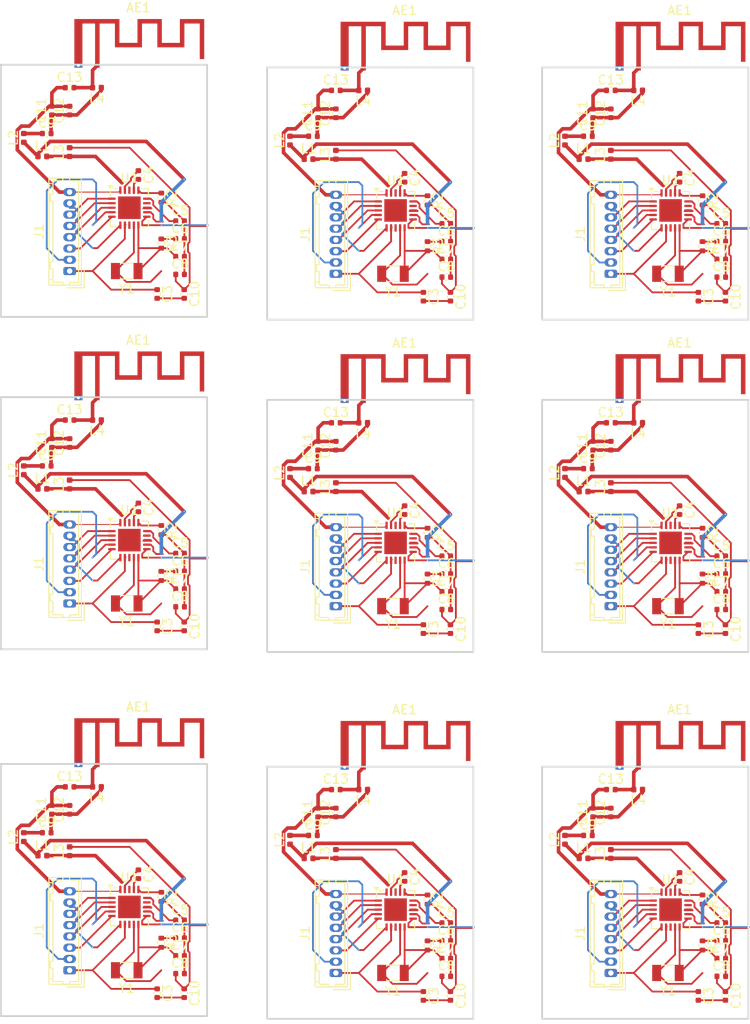
<source format=kicad_pcb>
(kicad_pcb (version 20240108) (generator "pcbnew") (generator_version "8.0")
  (layers (0 "F.Cu" signal) (31 "B.Cu" signal) (34 "B.Paste" user) (35 "F.Paste" user) (36 "B.SilkS" user "B.Silkscreen") (37 "F.SilkS" user "F.Silkscreen") (38 "B.Mask" user) (39 "F.Mask" user) (44 "Edge.Cuts" user))
  (net 0 "")
  (net 1 "Net-(AE1-A)")
  (net 2 "VDD")
  (net 3 "GND")
  (net 4 "Net-(U1-DVDD)")
  (net 5 "Net-(U1-XC2)")
  (net 6 "Net-(U1-XC1)")
  (net 7 "Net-(U1-VDD_PA)")
  (net 8 "Net-(C9-Pad1)")
  (net 9 "Net-(C11-Pad1)")
  (net 10 "Net-(J1-Pin_3)")
  (net 11 "Net-(J1-Pin_5)")
  (net 12 "Net-(J1-Pin_6)")
  (net 13 "Net-(J1-Pin_4)")
  (net 14 "Net-(J1-Pin_2)")
  (net 15 "Net-(J1-Pin_7)")
  (net 16 "Net-(U1-ANT2)")
  (net 17 "Net-(U1-ANT1)")
  (net 18 "Net-(U1-IREF)")
  (footprint "Capacitor_SMD:C_0402_1005Metric" (layer "F.Cu") (at 51.23 101.3)
    (property "Reference" "C9")
    (property "Value" "1p5")
  )
  (footprint "Capacitor_SMD:C_0402_1005Metric" (layer "F.Cu") (at 61.39 105.9 -90)
    (property "Reference" "C4")
    (property "Value" "33n")
  )
  (footprint "Capacitor_SMD:C_0402_1005Metric" (layer "F.Cu") (at 92.98 160.02 -90)
    (property "Reference" "C3")
    (property "Value" "10n")
  )
  (footprint "Capacitor_SMD:C_0402_1005Metric" (layer "F.Cu") (at 113.76 139.7 90)
    (property "Reference" "C12")
    (property "Value" "Cx1")
  )
  (footprint "Capacitor_SMD:C_0402_1005Metric" (layer "F.Cu") (at 80.74 101.6)
    (property "Reference" "C9")
    (property "Value" "1p5")
  )
  (footprint "Crystal:Crystal_SMD_3215-2Pin_3.2x1.5mm" (layer "F.Cu") (at 60.1 157.18 180)
    (property "Reference" "Y1")
    (property "Value" "16MHz")
  )
  (footprint "Resistor_SMD:R_0402_1005Metric" (layer "F.Cu") (at 93.44 71.88 -90)
    (property "Reference" "R2")
    (property "Value" "22k")
  )
  (footprint "Capacitor_SMD:C_0402_1005Metric" (layer "F.Cu") (at 113.76 137.16)
    (property "Reference" "C13")
    (property "Value" "1p")
  )
  (footprint "Capacitor_SMD:C_0402_1005Metric" (layer "F.Cu") (at 111.22 101.6)
    (property "Reference" "C9")
    (property "Value" "1p5")
  )
  (footprint "Inductor_SMD:L_0402_1005Metric" (layer "F.Cu") (at 80.255 144.78)
    (property "Reference" "L1")
    (property "Value" "8n2")
  )
  (footprint "Inductor_SMD:L_0402_1005Metric" (layer "F.Cu") (at 56.795 136.86 180)
    (property "Reference" "L4")
    (property "Value" "Lx")
  )
  (footprint "Inductor_SMD:L_0402_1005Metric" (layer "F.Cu") (at 48.69 64.955 90)
    (property "Reference" "L2")
    (property "Value" "3n9")
  )
  (footprint "Resistor_SMD:R_0402_1005Metric" (layer "F.Cu") (at 123.92 108.71 -90)
    (property "Reference" "R2")
    (property "Value" "22k")
  )
  (footprint "Capacitor_SMD:C_0402_1005Metric" (layer "F.Cu") (at 83.28 96.52)
    (property "Reference" "C13")
    (property "Value" "1p")
  )
  (footprint "Capacitor_SMD:C_0402_1005Metric" (layer "F.Cu") (at 66.47 159.72 -90)
    (property "Reference" "C10")
    (property "Value" "C_Small")
  )
  (footprint "Capacitor_SMD:C_0402_1005Metric" (layer "F.Cu") (at 66.47 119.08 -90)
    (property "Reference" "C10")
    (property "Value" "C_Small")
  )
  (footprint "Inductor_SMD:L_0402_1005Metric" (layer "F.Cu") (at 110.735 67.31)
    (property "Reference" "L1")
    (property "Value" "8n2")
  )
  (footprint "Package_DFN_QFN:QFN-20-1EP_4x4mm_P0.5mm_EP2.5x2.5mm" (layer "F.Cu") (at 120.38 109.8225)
    (property "Reference" "U1")
    (property "Value" "NRF24L01")
  )
  (footprint "Capacitor_SMD:C_0402_1005Metric" (layer "F.Cu") (at 95.52 76.44)
    (property "Reference" "C6")
    (property "Value" "22p")
  )
  (footprint "Inductor_SMD:L_0402_1005Metric" (layer "F.Cu") (at 53.77 103.355 90)
    (property "Reference" "L3")
    (property "Value" "L")
  )
  (footprint "Capacitor_SMD:C_0402_1005Metric" (layer "F.Cu") (at 95.52 115.24)
    (property "Reference" "C7")
    (property "Value" "22p")
  )
  (footprint "Capacitor_SMD:C_0402_1005Metric" (layer "F.Cu") (at 126 151.94)
    (property "Reference" "C5")
    (property "Value" "1n")
  )
  (footprint "Capacitor_SMD:C_0402_1005Metric" (layer "F.Cu") (at 95.52 80.38)
    (property "Reference" "C8")
    (property "Value" "C_Small")
  )
  (footprint "Capacitor_SMD:C_0402_1005Metric" (layer "F.Cu") (at 113.76 62.23 90)
    (property "Reference" "C12")
    (property "Value" "Cx1")
  )
  (footprint "Inductor_SMD:L_0402_1005Metric" (layer "F.Cu") (at 48.69 142.425 90)
    (property "Reference" "L2")
    (property "Value" "3n9")
  )
  (footprint "Capacitor_SMD:C_0402_1005Metric" (layer "F.Cu") (at 53.77 61.93 90)
    (property "Reference" "C12")
    (property "Value" "Cx1")
  )
  (footprint "Resistor_SMD:R_0402_1005Metric" (layer "F.Cu") (at 93.44 113.79 -90)
    (property "Reference" "R3")
    (property "Value" "10 M")
  )
  (footprint "Capacitor_SMD:C_0402_1005Metric" (layer "F.Cu") (at 95.52 78.41)
    (property "Reference" "C7")
    (property "Value" "22p")
  )
  (footprint "Inductor_SMD:L_0402_1005Metric" (layer "F.Cu") (at 116.785 59.69 180)
    (property "Reference" "L4")
    (property "Value" "Lx")
  )
  (footprint "Resistor_SMD:R_0402_1005Metric" (layer "F.Cu") (at 93.44 108.71 -90)
    (property "Reference" "R2")
    (property "Value" "22k")
  )
  (footprint "Capacitor_SMD:C_0402_1005Metric" (layer "F.Cu") (at 83.28 59.69)
    (property "Reference" "C13")
    (property "Value" "1p")
  )
  (footprint "Capacitor_SMD:C_0402_1005Metric" (layer "F.Cu") (at 80.74 142.24)
    (property "Reference" "C9")
    (property "Value" "1p5")
  )
  (footprint "Capacitor_SMD:C_0402_1005Metric" (layer "F.Cu") (at 66.01 111)
    (property "Reference" "C5")
    (property "Value" "1n")
  )
  (footprint "Capacitor_SMD:C_0402_1005Metric" (layer "F.Cu") (at 126.46 119.38 -90)
    (property "Reference" "C10")
    (property "Value" "C_Small")
  )
  (footprint "RF_Antenna:Texas_SWRA117D_2.4GHz_Right" (layer "F.Cu") (at 86.35 57.235)
    (property "Reference" "AE1")
    (property "Value" "Antenna")
  )
  (footprint "Resistor_SMD:R_0402_1005Metric" (layer "F.Cu") (at 63.93 154.13 -90)
    (property "Reference" "R3")
    (property "Value" "10 M")
  )
  (footprint "Resistor_SMD:R_0402_1005Metric" (layer "F.Cu") (at 63.93 113.49 -90)
    (property "Reference" "R3")
    (property "Value" "10 M")
  )
  (footprint "Connector_Hirose:Hirose_DF13-08P-1.25DSA_1x08_P1.25mm_Vertical" (layer "F.Cu") (at 53.77 116.54 90)
    (property "Reference" "J1")
    (property "Value" "Pin Hearder")
  )
  (footprint "Capacitor_SMD:C_0402_1005Metric" (layer "F.Cu") (at 83.28 99.06 90)
    (property "Reference" "C12")
    (property "Value" "Cx1")
  )
  (footprint "Capacitor_SMD:C_0402_1005Metric" (layer "F.Cu") (at 123.46 82.55 -90)
    (property "Reference" "C3")
    (property "Value" "10n")
  )
  (footprint "Capacitor_SMD:C_0402_1005Metric" (layer "F.Cu") (at 53.77 96.22)
    (property "Reference" "C13")
    (property "Value" "1p")
  )
  (footprint "Capacitor_SMD:C_0402_1005Metric" (layer "F.Cu") (at 126 113.27)
    (property "Reference" "C6")
    (property "Value" "22p")
  )
  (footprint "Capacitor_SMD:C_0402_1005Metric" (layer "F.Cu") (at 66.01 78.11)
    (property "Reference" "C7")
    (property "Value" "22p")
  )
  (footprint "Resistor_SMD:R_0402_1005Metric" (layer "F.Cu") (at 123.92 154.43 -90)
    (property "Reference" "R3")
    (property "Value" "10 M")
  )
  (footprint "Package_DFN_QFN:QFN-20-1EP_4x4mm_P0.5mm_EP2.5x2.5mm" (layer "F.Cu") (at 120.38 72.9925)
    (property "Reference" "U1")
    (property "Value" "NRF24L01")
  )
  (footprint "Inductor_SMD:L_0402_1005Metric" (layer "F.Cu") (at 53.77 143.995 90)
    (property "Reference" "L3")
    (property "Value" "L")
  )
  (footprint "Crystal:Crystal_SMD_3215-2Pin_3.2x1.5mm" (layer "F.Cu") (at 120.09 80.01 180)
    (property "Reference" "Y1")
    (property "Value" "16MHz")
  )
  (footprint "Resistor_SMD:R_0402_1005Metric" (layer "F.Cu") (at 63.93 149.05 -90)
    (property "Reference" "R2")
    (property "Value" "22k")
  )
  (footprint "Capacitor_SMD:C_0402_1005Metric" (layer "F.Cu") (at 66.01 112.97)
    (property "Reference" "C6")
    (property "Value" "22p")
  )
  (footprint "Capacitor_SMD:C_0402_1005Metric" (layer "F.Cu") (at 51.23 64.47)
    (property "Reference" "C9")
    (property "Value" "1p5")
  )
  (footprint "Inductor_SMD:L_0402_1005Metric" (layer "F.Cu") (at 48.69 101.785 90)
    (property "Reference" "L2")
    (property "Value" "3n9")
  )
  (footprint "Capacitor_SMD:C_0402_1005Metric" (layer "F.Cu") (at 126 153.91)
    (property "Reference" "C6")
    (property "Value" "22p")
  )
  (footprint "Inductor_SMD:L_0402_1005Metric" (layer "F.Cu") (at 83.28 103.655 90)
    (property "Reference" "L3")
    (property "Value" "L")
  )
  (footprint "Resistor_SMD:R_0402_1005Metric" (layer "F.Cu") (at 93.44 154.43 -90)
    (property "Reference" "R3")
    (property "Value" "10 M")
  )
  (footprint "Capacitor_SMD:C_0402_1005Metric" (layer "F.Cu") (at 53.77 139.4 90)
    (property "Reference" "C12")
    (property "Value" "Cx1")
  )
  (footprint "Inductor_SMD:L_0402_1005Metric" (layer "F.Cu") (at 53.77 66.525 90)
    (property "Reference" "L3")
    (property "Value" "L")
  )
  (footprint "Capacitor_SMD:C_0402_1005Metric" (layer "F.Cu") (at 95.52 74.47)
    (property "Reference" "C5")
    (property "Value" "1n")
  )
  (footprint "Inductor_SMD:L_0402_1005Metric" (layer "F.Cu") (at 110.735 104.14)
    (property "Reference" "L1")
    (property "Value" "8n2")
  )
  (footprint "Capacitor_SMD:C_0402_1005Metric" (layer "F.Cu") (at 95.52 111.3)
    (property "Reference" "C5")
    (property "Value" "1n")
  )
  (footprint "Package_DFN_QFN:QFN-20-1EP_4x4mm_P0.5mm_EP2.5x2.5mm" (layer "F.Cu") (at 60.39 72.6925)
    (property "Reference" "U1")
    (property "Value" "NRF24L01")
  )
  (footprint "Capacitor_SMD:C_0402_1005Metric" (layer "F.Cu") (at 83.28 137.16)
    (property "Reference" "C13")
    (property "Value" "1p")
  )
  (footprint "Capacitor_SMD:C_0402_1005Metric" (layer "F.Cu") (at 126 78.41)
    (property "Reference" "C7")
    (property "Value" "22p")
  )
  (footprint "Capacitor_SMD:C_0402_1005Metric" (layer "F.Cu") (at 51.8 139.4 90)
    (property "Reference" "C11")
    (property "Value" "Cx")
  )
  (footprint "Capacitor_SMD:C_0402_1005Metric" (layer "F.Cu") (at 95.52 155.88)
    (property "Reference" "C7")
    (property "Value" "22p")
  )
  (footprint "Capacitor_SMD:C_0402_1005Metric" (layer "F.Cu") (at 95.52 113.27)
    (property "Reference" "C6")
    (property "Value" "22p")
  )
  (footprint "Inductor_SMD:L_0402_1005Metric" (layer "F.Cu") (at 83.28 144.295 90)
    (property "Reference" "L3")
    (property "Value" "L")
  )
  (footprint "Capacitor_SMD:C_0402_1005Metric" (layer "F.Cu") (at 126.46 82.55 -90)
    (property "Reference" "C10")
    (property "Value" "C_Small")
  )
  (footprint "Capacitor_SMD:C_0402_1005Metric" (layer "F.Cu") (at 83.28 62.23 90)
    (property "Reference" "C12")
    (property "Value" "Cx1")
  )
  (footprint "Capacitor_SMD:C_0402_1005Metric" (layer "F.Cu") (at 51.23 141.94)
    (property "Reference" "C9")
    (property "Value" "1p5")
  )
  (footprint "Capacitor_SMD:C_0402_1005Metric" (layer "F.Cu") (at 126 80.38)
    (property "Reference" "C8")
    (property "Value" "C_Small")
  )
  (footprint "Capacitor_SMD:C_0402_1005Metric" (layer "F.Cu") (at 63.47 119.08 -90)
    (property "Reference" "C3")
    (property "Value" "10n")
  )
  (footprint "Capacitor_SMD:C_0402_1005Metric" (layer "F.Cu") (at 126 115.24)
    (property "Reference" "C7")
    (property "Value" "22p")
  )
  (footprint "Package_DFN_QFN:QFN-20-1EP_4x4mm_P0.5mm_EP2.5x2.5mm" (layer "F.Cu") (at 89.9 150.4625)
    (property "Reference" "U1")
    (property "Value" "NRF24L01")
  )
  (footprint "RF_Antenna:Texas_SWRA117D_2.4GHz_Right" (layer "F.Cu") (at 116.83 134.705)
    (property "Reference" "AE1")
    (property "Value" "Antenna")
  )
  (footprint "Capacitor_SMD:C_0402_1005Metric" (layer "F.Cu") (at 111.79 99.06 90)
    (property "Reference" "C11")
    (property "Value" "Cx")
  )
  (footprint "Inductor_SMD:L_0402_1005Metric" (layer "F.Cu") (at 113.76 144.295 90)
    (property "Reference" "L3")
    (property "Value" "L")
  )
  (footprint "Capacitor_SMD:C_0402_1005Metric" (layer "F.Cu") (at 126 157.85)
    (property "Reference" "C8")
    (property "Value" "C_Small")
  )
  (footprint "RF_Antenna:Texas_SWRA117D_2.4GHz_Right" (layer "F.Cu") (at 116.83 94.065)
    (property "Reference" "AE1")
    (property "Value" "Antenna")
  )
  (footprint "Capacitor_SMD:C_0402_1005Metric" (layer "F.Cu") (at 81.31 139.7 90)
    (property "Reference" "C11")
    (property "Value" "Cx")
  )
  (footprint "Resistor_SMD:R_0402_1005Metric" (layer "F.Cu") (at 63.93 71.58 -90)
    (property "Reference" "R2")
    (property "Value" "22k")
  )
  (footprint "Capacitor_SMD:C_0402_1005Metric" (layer "F.Cu") (at 51.8 61.93 90)
    (property "Reference" "C11")
    (property "Value" "Cx")
  )
  (footprint "Connector_Hirose:Hirose_DF13-08P-1.25DSA_1x08_P1.25mm_Vertical" (layer "F.Cu") (at 113.76 80.01 90)
    (property "Reference" "J1")
    (property "Value" "Pin Hearder")
  )
  (footprint "Crystal:Crystal_SMD_3215-2Pin_3.2x1.5mm" (layer "F.Cu") (at 89.61 157.48 180)
    (property "Reference" "Y1")
    (property "Value" "16MHz")
  )
  (footprint "Connector_Hirose:Hirose_DF13-08P-1.25DSA_1x08_P1.25mm_Vertical" (layer "F.Cu") (at 53.77 79.71 90)
    (property "Reference" "J1")
    (property "Value" "Pin Hearder")
  )
  (footprint "Package_DFN_QFN:QFN-20-1EP_4x4mm_P0.5mm_EP2.5x2.5mm" (layer "F.Cu") (at 60.39 150.1625)
    (property "Reference" "U1")
    (property "Value" "NRF24L01")
  )
  (footprint "Package_DFN_QFN:QFN-20-1EP_4x4mm_P0.5mm_EP2.5x2.5mm" (layer "F.Cu") (at 60.39 109.5225)
    (property "Reference" "U1")
    (property "Value" "NRF24L01")
  )
  (footprint "Capacitor_SMD:C_0402_1005Metric" (layer "F.Cu") (at 111.79 139.7 90)
    (property "Reference" "C11")
    (property "Value" "Cx")
  )
  (footprint "Resistor_SMD:R_0402_1005Metric" (layer "F.Cu") (at 123.92 71.88 -90)
    (property "Reference" "R2")
    (property "Value" "22k")
  )
  (footprint "Capacitor_SMD:C_0402_1005Metric" (layer "F.Cu") (at 113.76 99.06 90)
    (property "Reference" "C12")
    (property "Value" "Cx1")
  )
  (footprint "Inductor_SMD:L_0402_1005Metric" (layer "F.Cu") (at 80.255 104.14)
    (property "Reference" "L1")
    (property "Value" "8n2")
  )
  (footprint "Capacitor_SMD:C_0402_1005Metric" (layer "F.Cu") (at 92.98 119.38 -90)
    (property "Reference" "C3")
    (property "Value" "10n")
  )
  (footprint "Capacitor_SMD:C_0402_1005Metric" (layer "F.Cu") (at 66.01 114.94)
    (property "Reference" "C7")
    (property "Value" "22p")
  )
  (footprint "Package_DFN_QFN:QFN-20-1EP_4x4mm_P0.5mm_EP2.5x2.5mm" (layer "F.Cu") (at 120.38 150.4625)
    (property "Reference" "U1")
    (property "Value" "NRF24L01")
  )
  (footprint "Capacitor_SMD:C_0402_1005Metric" (layer "F.Cu") (at 121.38 146.84 -90)
    (property "Reference" "C4")
    (property "Value" "33n")
  )
  (footprint "Capacitor_SMD:C_0402_1005Metric" (layer "F.Cu") (at 90.9 106.2 -90)
    (property "Reference" "C4")
    (property "Value" "33n")
  )
  (footprint "Resistor_SMD:R_0402_1005Metric" (layer "F.Cu") (at 63.93 76.66 -90)
    (property "Reference" "R3")
    (property "Value" "10 M")
  )
  (footprint "RF_Antenna:Texas_SWRA117D_2.4GHz_Right" (layer "F.Cu") (at 86.35 134.705)
    (property "Reference" "AE1")
    (property "Value" "Antenna")
  )
  (footprint "Inductor_SMD:L_0402_1005Metric" (layer "F.Cu") (at 78.2 102.085 90)
    (property "Reference" "L2")
    (property "Value" "3n9")
  )
  (footprint "Capacitor_SMD:C_0402_1005Metric" (layer "F.Cu") (at 53.77 59.39)
    (property "Reference" "C13")
    (property "Value" "1p")
  )
  (footprint "Capacitor_SMD:C_0402_1005Metric" (layer "F.Cu") (at 81.31 99.06 90)
    (property "Reference" "C11")
    (property "Value" "Cx")
  )
  (footprint "Crystal:Crystal_SMD_3215-2Pin_3.2x1.5mm" (layer "F.Cu") (at 60.1 116.54 180)
    (property "Reference" "Y1")
    (property "Value" "16MHz")
  )
  (footprint "Capacitor_SMD:C_0402_1005Metric" (layer "F.Cu") (at 126 111.3)
    (property "Reference" "C5")
    (property "Value" "1n")
  )
  (footprint "Capacitor_SMD:C_0402_1005Metric" (layer "F.Cu") (at 63.47 159.72 -90)
    (property "Reference" "C3")
    (property "Value" "10n")
  )
  (footprint "Capacitor_SMD:C_0402_1005Metric" (layer "F.Cu") (at 113.76 59.69)
    (property "Reference" "C13")
    (property "Value" "1p")
  )
  (footprint "Inductor_SMD:L_0402_1005Metric" (layer "F.Cu") (at 50.745 103.84)
    (property "Reference" "L1")
    (property "Value" "8n2")
  )
  (footprint "Capacitor_SMD:C_0402_1005Metric" (layer "F.Cu") (at 90.9 69.37 -90)
    (property "Reference" "C4")
    (property "Value" "33n")
  )
  (footprint "Inductor_SMD:L_0402_1005Metric" (layer "F.Cu") (at 108.68 142.725 90)
    (property "Reference" "L2")
    (property "Value" "3n9")
  )
  (footprint "Crystal:Crystal_SMD_3215-2Pin_3.2x1.5mm" (layer "F.Cu") (at 89.61 116.84 180)
    (property "Reference" "Y1")
    (property "Value" "16MHz")
  )
  (footprint "Inductor_SMD:L_0402_1005Metric" (layer "F.Cu") (at 56.795 59.39 180)
    (property "Reference" "L4")
    (property "Value" "Lx")
  )
  (footprint "Crystal:Crystal_SMD_3215-2Pin_3.2x1.5mm" (layer "F.Cu") (at 89.61 80.01 180)
    (property "Reference" "Y1")
    (property "Value" "16MHz")
  )
  (footprint "Inductor_SMD:L_0402_1005Metric" (layer "F.Cu") (at 86.305 137.16 180)
    (property "Reference" "L4")
    (property "Value" "Lx")
  )
  (footprint "Capacitor_SMD:C_0402_1005Metric" (layer "F.Cu") (at 95.52 117.21)
    (property "Reference" "C8")
    (property "Value" "C_Small")
  )
  (footprint "Resistor_SMD:R_0402_1005Metric" (layer "F.Cu") (at 123.92 76.96 -90)
    (property "Reference" "R3")
    (property "Value" "10 M")
  )
  (footprint "Inductor_SMD:L_0402_1005Metric" (layer "F.Cu") (at 80.255 67.31)
    (property "Reference" "L1")
    (property "Value" "8n2")
  )
  (footprint "Resistor_SMD:R_0402_1005Metric" (layer "F.Cu") (at 123.92 113.79 -90)
    (property "Reference" "R3")
    (property "Value" "10 M")
  )
  (footprint "Inductor_SMD:L_0402_1005Metric" (layer "F.Cu") (at 86.305 59.69 180)
    (property "Reference" "L4")
    (property "Value" "Lx")
  )
  (footprint "Inductor_SMD:L_0402_1005Metric" (layer "F.Cu") (at 86.305 96.52 180)
    (property "Reference" "L4")
    (property "Value" "Lx")
  )
  (footprint "Capacitor_SMD:C_0402_1005Metric" (layer "F.Cu") (at 111.79 62.23 90)
    (property "Reference" "C11")
    (property "Value" "Cx")
  )
  (footprint "Crystal:Crystal_SMD_3215-2Pin_3.2x1.5mm" (layer "F.Cu") (at 60.1 79.71 180)
    (property "Reference" "Y1")
    (property "Value" "16MHz")
  )
  (footprint "Crystal:Crystal_SMD_3215-2Pin_3.2x1.5mm" (layer "F.Cu") (at 120.09 116.84 180)
    (property "Reference" "Y1")
    (property "Value" "16MHz")
  )
  (footprint "Capacitor_SMD:C_0402_1005Metric" (layer "F.Cu") (at 111.22 64.77)
    (property "Reference" "C9")
    (property "Value" "1p5")
  )
  (footprint "Capacitor_SMD:C_0402_1005Metric" (layer "F.Cu") (at 61.39 69.07 -90)
    (property "Reference" "C4")
    (property "Value" "33n")
  )
  (footprint "Connector_Hirose:Hirose_DF13-08P-1.25DSA_1x08_P1.25mm_Vertical" (layer "F.Cu") (at 83.28 80.01 90)
    (property "Reference" "J1")
    (property "Value" "Pin Hearder")
  )
  (footprint "Capacitor_SMD:C_0402_1005Metric" (layer "F.Cu") (at 66.01 153.61)
    (property "Reference" "C6")
    (property "Value" "22p")
  )
  (footprint "Capacitor_SMD:C_0402_1005Metric" (layer "F.Cu") (at 126 76.44)
    (property "Reference" "C6")
    (property "Value" "22p")
  )
  (footprint "Connector_Hirose:Hirose_DF13-08P-1.25DSA_1x08_P1.25mm_Vertical" (layer "F.Cu") (at 83.28 157.48 90)
    (property "Reference" "J1")
    (property "Value" "Pin Hearder")
  )
  (footprint "Inductor_SMD:L_0402_1005Metric" (layer "F.Cu") (at 78.2 65.255 90)
    (property "Reference" "L2")
    (property "Value" "3n9")
  )
  (footprint "Capacitor_SMD:C_0402_1005Metric" (layer "F.Cu") (at 95.98 82.55 -90)
    (property "Reference" "C10")
    (property "Value" "C_Small")
  )
  (footprint "RF_Antenna:Texas_SWRA117D_2.4GHz_Right" (layer "F.Cu") (at 56.84 56.935)
    (property "Reference" "AE1")
    (property "Value" "Antenna")
  )
  (footprint "Capacitor_SMD:C_0402_1005Metric" (layer "F.Cu") (at 126 74.47)
    (property "Reference" "C5")
    (property "Value" "1n")
  )
  (footprint "Capacitor_SMD:C_0402_1005Metric" (layer "F.Cu") (at 126 117.21)
    (property "Reference" "C8")
    (property "Value" "C_Small")
  )
  (footprint "Capacitor_SMD:C_0402_1005Metric" (layer "F.Cu") (at 81.31 62.23 90)
    (property "Reference" "C11")
    (property "Value" "Cx")
  )
  (footprint "Inductor_SMD:L_0402_1005Metric" (layer "F.Cu") (at 108.68 102.085 90)
    (property "Reference" "L2")
    (property "Value" "3n9")
  )
  (footprint "Package_DFN_QFN:QFN-20-1EP_4x4mm_P0.5mm_EP2.5x2.5mm" (layer "F.Cu") (at 89.9 72.9925)
    (property "Reference" "U1")
    (property "Value" "NRF24L01")
  )
  (footprint "Resistor_SMD:R_0402_1005Metric" (layer "F.Cu") (at 63.93 108.41 -90)
    (property "Reference" "R2")
    (property "Value" "22k")
  )
  (footprint "Inductor_SMD:L_0402_1005Metric" (layer "F.Cu") (at 50.745 144.48)
    (property "Reference" "L1")
    (property "Value" "8n2")
  )
  (footprint "Capacitor_SMD:C_0402_1005Metric" (layer "F.Cu") (at 121.38 69.37 -90)
    (property "Reference" "C4")
    (property "Value" "33n")
  )
  (footprint "Capacitor_SMD:C_0402_1005Metric" (layer "F.Cu") (at 92.98 82.55 -90)
    (property "Reference" "C3")
    (property "Value" "10n")
  )
  (footprint "Capacitor_SMD:C_0402_1005Metric" (layer "F.Cu") (at 66.01 116.91)
    (property "Reference" "C8")
    (property "Value" "C_Small")
  )
  (footprint "Capacitor_SMD:C_0402_1005Metric" (layer "F.Cu") (at 66.47 82.25 -90)
    (property "Reference" "C10")
    (property "Value" "C_Small")
  )
  (footprint "Inductor_SMD:L_0402_1005Metric" (layer "F.Cu") (at 56.795 96.22 180)
    (property "Reference" "L4")
    (property "Value" "Lx")
  )
  (footprint "Capacitor_SMD:C_0402_1005Metric" (layer "F.Cu") (at 51.8 98.76 90)
    (property "Reference" "C11")
    (property "Value" "Cx")
  )
  (footprint "Capacitor_SMD:C_0402_1005Metric" (layer "F.Cu") (at 121.38 106.2 -90)
    (property "Reference" "C4")
    (property "Value" "33n")
  )
  (footprint "Connector_Hirose:Hirose_DF13-08P-1.25DSA_1x08_P1.25mm_Vertical" (layer "F.Cu") (at 113.76 157.48 90)
    (property "Reference" "J1")
    (property "Value" "Pin Hearder")
  )
  (footprint "Capacitor_SMD:C_0402_1005Metric" (layer "F.Cu") (at 123.46 160.02 -90)
    (property "Reference" "C3")
    (property "Value" "10n")
  )
  (footprint "Inductor_SMD:L_0402_1005Metric" (layer "F.Cu") (at 113.76 103.655 90)
    (property "Reference" "L3")
    (property "Value" "L")
  )
  (footprint "Resistor_SMD:R_0402_1005Metric" (layer "F.Cu") (at 93.44 149.35 -90)
    (property "Reference" "R2")
    (property "Value" "22k")
  )
  (footprint "Capacitor_SMD:C_0402_1005Metric" (layer "F.Cu") (at 66.01 157.55)
    (property "Reference" "C8")
    (property "Value" "C_Small")
  )
  (footprint "Capacitor_SMD:C_0402_1005Metric" (layer "F.Cu") (at 53.77 136.86)
    (property "Reference" "C13")
    (property "Value" "1p")
  )
  (footprint "Capacitor_SMD:C_0402_1005Metric" (layer "F.Cu") (at 113.76 96.52)
    (property "Reference" "C13")
    (property "Value" "1p")
  )
  (footprint "Capacitor_SMD:C_0402_1005Metric" (layer "F.Cu") (at 63.47 82.25 -90)
    (property "Reference" "C3")
    (property "Value" "10n")
  )
  (footprint "Inductor_SMD:L_0402_1005Metric" (layer "F.Cu") (at 78.2 142.725 90)
    (property "Reference" "L2")
    (property "Value" "3n9")
  )
  (footprint "RF_Antenna:Texas_SWRA117D_2.4GHz_Right" (layer "F.Cu") (at 56.84 134.405)
    (property "Reference" "AE1")
    (property "Value" "Antenna")
  )
  (footprint "RF_Antenna:Texas_SWRA117D_2.4GHz_Right" (layer "F.Cu") (at 56.84 93.765)
    (property "Reference" "AE1")
    (property "Value" "Antenna")
  )
  (footprint "Capacitor_SMD:C_0402_1005Metric" (layer "F.Cu") (at 126.46 160.02 -90)
    (property "Reference" "C10")
    (property "Value" "C_Small")
  )
  (footprint "Inductor_SMD:L_0402_1005Metric" (layer "F.Cu") (at 50.745 67.01)
    (property "Reference" "L1")
    (property "Value" "8n2")
  )
  (footprint "RF_Antenna:Texas_SWRA117D_2.4GHz_Right" (layer "F.Cu") (at 86.35 94.065)
    (property "Reference" "AE1")
    (property "Value" "Antenna")
  )
  (footprint "Capacitor_SMD:C_0402_1005Metric" (layer "F.Cu") (at 66.01 76.14)
    (property "Reference" "C6")
    (property "Value" "22p")
  )
  (footprint "Capacitor_SMD:C_0402_1005Metric" (layer "F.Cu") (at 83.28 139.7 90)
    (property "Reference" "C12")
    (property "Value" "Cx1")
  )
  (footprint "Capacitor_SMD:C_0402_1005Metric" (layer "F.Cu") (at 111.22 142.24)
    (property "Reference" "C9")
    (property "Value" "1p5")
  )
  (footprint "Capacitor_SMD:C_0402_1005Metric" (layer "F.Cu") (at 126 155.88)
    (property "Reference" "C7")
    (property "Value" "22p")
  )
  (footprint "Package_DFN_QFN:QFN-20-1EP_4x4mm_P0.5mm_EP2.5x2.5mm" (layer "F.Cu") (at 89.9 109.8225)
    (property "Reference" "U1")
    (property "Value" "NRF24L01")
  )
  (footprint "Capacitor_SMD:C_0402_1005Metric" (layer "F.Cu") (at 95.52 157.85)
    (property "Reference" "C8")
    (property "Value" "C_Small")
  )
  (footprint "Inductor_SMD:L_0402_1005Metric" (layer "F.Cu") (at 110.735 144.78)
    (property "Reference" "L1")
    (property "Value" "8n2")
  )
  (footprint "Capacitor_SMD:C_0402_1005Metric" (layer "F.Cu") (at 80.74 64.77)
    (property "Reference" "C9")
    (property "Value" "1p5")
  )
  (footprint "Inductor_SMD:L_0402_1005Metric" (layer "F.Cu") (at 116.785 137.16 180)
    (property "Reference" "L4")
    (property "Value" "Lx")
  )
  (footprint "Inductor_SMD:L_0402_1005Metric" (layer "F.Cu") (at 108.68 65.255 90)
    (property "Reference" "L2")
    (property "Value" "3n9")
  )
  (footprint "Capacitor_SMD:C_0402_1005Metric" (layer "F.Cu") (at 123.46 119.38 -90)
    (property "Reference" "C3")
    (property "Value" "10n")
  )
  (footprint "Capacitor_SMD:C_0402_1005Metric" (layer "F.Cu") (at 95.98 160.02 -90)
    (property "Reference" "C10")
    (property "Value" "C_Small")
  )
  (footprint "Capacitor_SMD:C_0402_1005Metric" (layer "F.Cu") (at 95.98 119.38 -90)
    (property "Reference" "C10")
    (property "Value" "C_Small")
  )
  (footprint "Connector_Hirose:Hirose_DF13-08P-1.25DSA_1x08_P1.25mm_Vertical" (layer "F.Cu") (at 113.76 116.84 90)
    (property "Reference" "J1")
    (property "Value" "Pin Hearder")
  )
  (footprint "Capacitor_SMD:C_0402_1005Metric" (layer "F.Cu") (at 53.77 98.76 90)
    (property "Reference" "C12")
    (property "Value" "Cx1")
  )
  (footprint "Inductor_SMD:L_0402_1005Metric" (layer "F.Cu") (at 116.785 96.52 180)
    (property "Reference" "L4")
    (property "Value" "Lx")
  )
  (footprint "Capacitor_SMD:C_0402_1005Metric" (layer "F.Cu") (at 95.52 153.91)
    (property "Reference" "C6")
    (property "Value" "22p")
  )
  (footprint "Capacitor_SMD:C_0402_1005Metric" (layer "F.Cu") (at 95.52 151.94)
    (property "Reference" "C5")
    (property "Value" "1n")
  )
  (footprint "Inductor_SMD:L_0402_1005Metric" (layer "F.Cu") (at 113.76 66.825 90)
    (property "Reference" "L3")
    (property "Value" "L")
  )
  (footprint "Capacitor_SMD:C_0402_1005Metric" (layer "F.Cu") (at 66.01 74.17)
    (property "Reference" "C5")
    (property "Value" "1n")
  )
  (footprint "Connector_Hirose:Hirose_DF13-08P-1.25DSA_1x08_P1.25mm_Vertical" (layer "F.Cu") (at 83.28 116.84 90)
    (property "Reference" "J1")
    (property "Value" "Pin Hearder")
  )
  (footprint "Capacitor_SMD:C_0402_1005Metric" (layer "F.Cu") (at 66.01 80.08)
    (property "Reference" "C8")
    (property "Value" "C_Small")
  )
  (footprint "Capacitor_SMD:C_0402_1005Metric" (layer "F.Cu") (at 66.01 155.58)
    (property "Reference" "C7")
    (property "Value" "22p")
  )
  (footprint "Resistor_SMD:R_0402_1005Metric" (layer "F.Cu") (at 123.92 149.35 -90)
    (property "Reference" "R2")
    (property "Value" "22k")
  )
  (footprint "Connector_Hirose:Hirose_DF13-08P-1.25DSA_1x08_P1.25mm_Vertical" (layer "F.Cu") (at 53.77 157.18 90)
    (property "Reference" "J1")
    (property "Value" "Pin Hearder")
  )
  (footprint "Inductor_SMD:L_0402_1005Metric" (layer "F.Cu") (at 83.28 66.825 90)
    (property "Reference" "L3")
    (property "Value" "L")
  )
  (footprint "Capacitor_SMD:C_0402_1005Metric" (layer "F.Cu") (at 61.39 146.54 -90)
    (property "Reference" "C4")
    (property "Value" "33n")
  )
  (footprint "Crystal:Crystal_SMD_3215-2Pin_3.2x1.5mm" (layer "F.Cu") (at 120.09 157.48 180)
    (property "Reference" "Y1")
    (property "Value" "16MHz")
  )
  (footprint "RF_Antenna:Texas_SWRA117D_2.4GHz_Right" (layer "F.Cu") (at 116.83 57.235)
    (property "Reference" "AE1")
    (property "Value" "Antenna")
  )
  (footprint "Resistor_SMD:R_0402_1005Metric" (layer "F.Cu") (at 93.44 76.96 -90)
    (property "Reference" "R3")
    (property "Value" "10 M")
  )
  (footprint "Capacitor_SMD:C_0402_1005Metric" (layer "F.Cu") (at 90.9 146.84 -90)
    (property "Reference" "C4")
    (property "Value" "33n")
  )
  (footprint "Capacitor_SMD:C_0402_1005Metric" (layer "F.Cu") (at 66.01 151.64)
    (property "Reference" "C5")
    (property "Value" "1n")
  )
  (gr_rect (start 75.66 93.98) (end 98.52 121.92) (stroke (width 0.2)) (fill none) (layer "Edge.Cuts"))
  (gr_rect (start 46.15 134.32) (end 69.01 162.26) (stroke (width 0.2)) (fill none) (layer "Edge.Cuts"))
  (gr_rect (start 75.66 57.15) (end 98.52 85.09) (stroke (width 0.2)) (fill none) (layer "Edge.Cuts"))
  (gr_rect (start 106.14 57.15) (end 129 85.09) (stroke (width 0.2)) (fill none) (layer "Edge.Cuts"))
  (gr_rect (start 75.66 134.62) (end 98.52 162.56) (stroke (width 0.2)) (fill none) (layer "Edge.Cuts"))
  (gr_rect (start 106.14 93.98) (end 129 121.92) (stroke (width 0.2)) (fill none) (layer "Edge.Cuts"))
  (gr_rect (start 46.15 56.85) (end 69.01 84.79) (stroke (width 0.2)) (fill none) (layer "Edge.Cuts"))
  (gr_rect (start 106.14 134.62) (end 129 162.56) (stroke (width 0.2)) (fill none) (layer "Edge.Cuts"))
  (gr_rect (start 46.15 93.68) (end 69.01 121.62) (stroke (width 0.2)) (fill none) (layer "Edge.Cuts"))
  (segment (start 85.82 59.69) (end 85.82 57.765) (width 0.4) (layer "F.Cu") (net 1))
  (segment (start 85.82 137.16) (end 85.82 135.235) (width 0.4) (layer "F.Cu") (net 1))
  (segment (start 56.31 134.935) (end 56.84 134.405) (width 0.4) (layer "F.Cu") (net 1))
  (segment (start 85.82 96.52) (end 83.76 96.52) (width 0.4) (layer "F.Cu") (net 1))
  (segment (start 56.31 96.22) (end 54.25 96.22) (width 0.4) (layer "F.Cu") (net 1))
  (segment (start 85.82 94.595) (end 86.35 94.065) (width 0.4) (layer "F.Cu") (net 1))
  (segment (start 116.3 57.765) (end 116.83 57.235) (width 0.4) (layer "F.Cu") (net 1))
  (segment (start 116.3 96.52) (end 116.3 94.595) (width 0.4) (layer "F.Cu") (net 1))
  (segment (start 116.3 135.235) (end 116.83 134.705) (width 0.4) (layer "F.Cu") (net 1))
  (segment (start 56.31 59.39) (end 56.31 57.465) (width 0.4) (layer "F.Cu") (net 1))
  (segment (start 85.82 137.16) (end 83.76 137.16) (width 0.4) (layer "F.Cu") (net 1))
  (segment (start 85.82 96.52) (end 85.82 94.595) (width 0.4) (layer "F.Cu") (net 1))
  (segment (start 85.82 59.69) (end 83.76 59.69) (width 0.4) (layer "F.Cu") (net 1))
  (segment (start 116.3 137.16) (end 114.24 137.16) (width 0.4) (layer "F.Cu") (net 1))
  (segment (start 56.31 136.86) (end 56.31 134.935) (width 0.4) (layer "F.Cu") (net 1))
  (segment (start 85.82 57.765) (end 86.35 57.235) (width 0.4) (layer "F.Cu") (net 1))
  (segment (start 116.3 59.69) (end 116.3 57.765) (width 0.4) (layer "F.Cu") (net 1))
  (segment (start 85.82 135.235) (end 86.35 134.705) (width 0.4) (layer "F.Cu") (net 1))
  (segment (start 116.3 94.595) (end 116.83 94.065) (width 0.4) (layer "F.Cu") (net 1))
  (segment (start 56.31 94.295) (end 56.84 93.765) (width 0.4) (layer "F.Cu") (net 1))
  (segment (start 116.3 59.69) (end 114.24 59.69) (width 0.4) (layer "F.Cu") (net 1))
  (segment (start 116.3 137.16) (end 116.3 135.235) (width 0.4) (layer "F.Cu") (net 1))
  (segment (start 56.31 136.86) (end 54.25 136.86) (width 0.4) (layer "F.Cu") (net 1))
  (segment (start 56.31 96.22) (end 56.31 94.295) (width 0.4) (layer "F.Cu") (net 1))
  (segment (start 116.3 96.52) (end 114.24 96.52) (width 0.4) (layer "F.Cu") (net 1))
  (segment (start 56.31 57.465) (end 56.84 56.935) (width 0.4) (layer "F.Cu") (net 1))
  (segment (start 56.31 59.39) (end 54.25 59.39) (width 0.4) (layer "F.Cu") (net 1))
  (segment (start 62.754386 108.5225) (end 62.3275 108.5225) (width 0.2) (layer "F.Cu") (net 2))
  (segment (start 124.795 111.3) (end 123.03 109.535) (width 0.2) (layer "F.Cu") (net 2))
  (segment (start 92.98 82.07) (end 87.88 82.07) (width 0.2) (layer "F.Cu") (net 2))
  (segment (start 63.04 71.978114) (end 62.754386 71.6925) (width 0.2) (layer "F.Cu") (net 2))
  (segment (start 124.795 151.94) (end 123.03 150.175) (width 0.2) (layer "F.Cu") (net 2))
  (segment (start 123.46 118.9) (end 118.36 118.9) (width 0.2) (layer "F.Cu") (net 2))
  (segment (start 118.36 82.07) (end 116.3 80.01) (width 0.2) (layer "F.Cu") (net 2))
  (segment (start 95.04 74.47) (end 94.315 74.47) (width 0.2) (layer "F.Cu") (net 2))
  (segment (start 59.89 112.96) (end 58.85 114) (width 0.2) (layer "F.Cu") (net 2))
  (segment (start 123.03 109.535) (end 123.03 109.108114) (width 0.2) (layer "F.Cu") (net 2))
  (segment (start 89.4 111.76) (end 89.4 113.26) (width 0.2) (layer "F.Cu") (net 2))
  (segment (start 62.754386 71.6925) (end 62.3275 71.6925) (width 0.2) (layer "F.Cu") (net 2))
  (segment (start 92.55 109.108114) (end 92.264386 108.8225) (width 0.2) (layer "F.Cu") (net 2))
  (segment (start 119.88 111.76) (end 119.88 113.26) (width 0.2) (layer "F.Cu") (net 2))
  (segment (start 85.82 116.84) (end 88.36 114.3) (width 0.2) (layer "F.Cu") (net 2))
  (segment (start 59.89 153.6) (end 58.85 154.64) (width 0.2) (layer "F.Cu") (net 2))
  (segment (start 123.03 109.108114) (end 122.744386 108.8225) (width 0.2) (layer "F.Cu") (net 2))
  (segment (start 87.88 82.07) (end 85.82 80.01) (width 0.2) (layer "F.Cu") (net 2))
  (segment (start 119.88 113.26) (end 118.84 114.3) (width 0.2) (layer "F.Cu") (net 2))
  (segment (start 113.76 80.01) (end 116.3 80.01) (width 0.2) (layer "F.Cu") (net 2))
  (segment (start 89.4 152.4) (end 89.4 153.9) (width 0.2) (layer "F.Cu") (net 2))
  (segment (start 58.37 159.24) (end 56.31 157.18) (width 0.2) (layer "F.Cu") (net 2))
  (segment (start 125.52 111.3) (end 124.795 111.3) (width 0.2) (layer "F.Cu") (net 2))
  (segment (start 56.31 116.54) (end 58.85 114) (width 0.2) (layer "F.Cu") (net 2))
  (segment (start 119.88 111.76) (end 119.955 111.685) (width 0.2) (layer "F.Cu") (net 2))
  (segment (start 116.3 116.84) (end 118.84 114.3) (width 0.2) (layer "F.Cu") (net 2))
  (segment (start 63.04 72.405) (end 63.04 71.978114) (width 0.2) (layer "F.Cu") (net 2))
  (segment (start 119.88 74.93) (end 119.88 76.43) (width 0.2) (layer "F.Cu") (net 2))
  (segment (start 53.77 79.71) (end 56.31 79.71) (width 0.2) (layer "F.Cu") (net 2))
  (segment (start 94.315 151.94) (end 92.55 150.175) (width 0.2) (layer "F.Cu") (net 2))
  (segment (start 65.53 151.64) (end 64.805 151.64) (width 0.2) (layer "F.Cu") (net 2))
  (segment (start 63.04 108.808114) (end 62.754386 108.5225) (width 0.2) (layer "F.Cu") (net 2))
  (segment (start 63.04 149.875) (end 63.04 149.448114) (width 0.2) (layer "F.Cu") (net 2))
  (segment (start 63.04 109.235) (end 63.04 108.808114) (width 0.2) (layer "F.Cu") (net 2))
  (segment (start 95.04 111.3) (end 94.315 111.3) (width 0.2) (layer "F.Cu") (net 2))
  (segment (start 59.89 111.46) (end 59.89 112.96) (width 0.2) (layer "F.Cu") (net 2))
  (segment (start 92.98 118.9) (end 87.88 118.9) (width 0.2) (layer "F.Cu") (net 2))
  (segment (start 85.82 157.48) (end 88.36 154.94) (width 0.2) (layer "F.Cu") (net 2))
  (segment (start 123.03 72.278114) (end 122.744386 71.9925) (width 0.2) (layer "F.Cu") (net 2))
  (segment (start 53.77 157.18) (end 56.31 157.18) (width 0.2) (layer "F.Cu") (net 2))
  (segment (start 92.55 72.278114) (end 92.264386 71.9925) (width 0.2) (layer "F.Cu") (net 2))
  (segment (start 113.76 116.84) (end 116.3 116.84) (width 0.2) (layer "F.Cu") (net 2))
  (segment (start 85.82 80.01) (end 88.36 77.47) (width 0.2) (layer "F.Cu") (net 2))
  (segment (start 119.88 76.43) (end 118.84 77.47) (width 0.2) (layer "F.Cu") (net 2))
  (segment (start 53.77 116.54) (end 56.31 116.54) (width 0.2) (layer "F.Cu") (net 2))
  (segment (start 58.37 81.77) (end 56.31 79.71) (width 0.2) (layer "F.Cu") (net 2))
  (segment (start 123.46 82.07) (end 118.36 82.07) (width 0.2) (layer "F.Cu") (net 2))
  (segment (start 125.52 151.94) (end 124.795 151.94) (width 0.2) (layer "F.Cu") (net 2))
  (segment (start 119.88 74.93) (end 119.955 74.855) (width 0.2) (layer "F.Cu") (net 2))
  (segment (start 123.46 159.54) (end 118.36 159.54) (width 0.2) (layer "F.Cu") (net 2))
  (segment (start 122.744386 71.9925) (end 122.3175 71.9925) (width 0.2) (layer "F.Cu") (net 2))
  (segment (start 94.315 74.47) (end 92.55 72.705) (width 0.2) (layer "F.Cu") (net 2))
  (segment (start 119.88 152.4) (end 119.955 152.325) (width 0.2) (layer "F.Cu") (net 2))
  (segment (start 89.4 74.93) (end 89.475 74.855) (width 0.2) (layer "F.Cu") (net 2))
  (segment (start 65.53 111) (end 64.805 111) (width 0.2) (layer "F.Cu") (net 2))
  (segment (start 92.55 109.535) (end 92.55 109.108114) (width 0.2) (layer "F.Cu") (net 2))
  (segment (start 59.89 74.63) (end 59.89 76.13) (width 0.2) (layer "F.Cu") (net 2))
  (segment (start 92.55 72.705) (end 92.55 72.278114) (width 0.2) (layer "F.Cu") (net 2))
  (segment (start 123.03 150.175) (end 123.03 149.748114) (width 0.2) (layer "F.Cu") (net 2))
  (segment (start 83.28 80.01) (end 85.82 80.01) (width 0.2) (layer "F.Cu") (net 2))
  (segment (start 59.89 152.1) (end 59.965 152.025) (width 0.2) (layer "F.Cu") (net 2))
  (segment (start 92.264386 108.8225) (end 91.8375 108.8225) (width 0.2) (layer "F.Cu") (net 2))
  (segment (start 89.4 153.9) (end 88.36 154.94) (width 0.2) (layer "F.Cu") (net 2))
  (segment (start 58.37 118.6) (end 56.31 116.54) (width 0.2) (layer "F.Cu") (net 2))
  (segment (start 113.76 157.48) (end 116.3 157.48) (width 0.2) (layer "F.Cu") (net 2))
  (segment (start 119.88 153.9) (end 118.84 154.94) (width 0.2) (layer "F.Cu") (net 2))
  (segment (start 62.754386 149.1625) (end 62.3275 149.1625) (width 0.2) (layer "F.Cu") (net 2))
  (segment (start 89.4 152.4) (end 89.475 152.325) (width 0.2) (layer "F.Cu") (net 2))
  (segment (start 63.47 118.6) (end 58.37 118.6) (width 0.2) (layer "F.Cu") (net 2))
  (segment (start 63.47 159.24) (end 58.37 159.24) (width 0.2) (layer "F.Cu") (net 2))
  (segment (start 59.89 74.63) (end 59.965 74.555) (width 0.2) (layer "F.Cu") (net 2))
  (segment (start 64.805 74.17) (end 63.04 72.405) (width 0.2) (layer "F.Cu") (net 2))
  (segment (start 83.28 116.84) (end 85.82 116.84) (width 0.2) (layer "F.Cu") (net 2))
  (segment (start 63.47 81.77) (end 58.37 81.77) (width 0.2) (layer "F.Cu") (net 2))
  (segment (start 95.04 151.94) (end 94.315 151.94) (width 0.2) (layer "F.Cu") (net 2))
  (segment (start 92.98 159.54) (end 87.88 159.54) (width 0.2) (layer "F.Cu") (net 2))
  (segment (start 92.264386 71.9925) (end 91.8375 71.9925) (width 0.2) (layer "F.Cu") (net 2))
  (segment (start 89.4 76.43) (end 88.36 77.47) (width 0.2) (layer "F.Cu") (net 2))
  (segment (start 118.36 159.54) (end 116.3 157.48) (width 0.2) (layer "F.Cu") (net 2))
  (segment (start 92.55 150.175) (end 92.55 149.748114) (width 0.2) (layer "F.Cu") (net 2))
  (segment (start 59.89 111.46) (end 59.965 111.385) (width 0.2) (layer "F.Cu") (net 2))
  (segment (start 125.52 74.47) (end 124.795 74.47) (width 0.2) (layer "F.Cu") (net 2))
  (segment (start 122.744386 149.4625) (end 122.3175 149.4625) (width 0.2) (layer "F.Cu") (net 2))
  (segment (start 116.3 157.48) (end 118.84 154.94) (width 0.2) (layer "F.Cu") (net 2))
  (segment (start 123.03 149.748114) (end 122.744386 149.4625) (width 0.2) (layer "F.Cu") (net 2))
  (segment (start 122.744386 108.8225) (end 122.3175 108.8225) (width 0.2) (layer "F.Cu") (net 2))
  (segment (start 83.28 157.48) (end 85.82 157.48) (width 0.2) (layer "F.Cu") (net 2))
  (segment (start 64.805 111) (end 63.04 109.235) (width 0.2) (layer "F.Cu") (net 2))
  (segment (start 89.4 113.26) (end 88.36 114.3) (width 0.2) (layer "F.Cu") (net 2))
  (segment (start 59.89 76.13) (end 58.85 77.17) (width 0.2) (layer "F.Cu") (net 2))
  (segment (start 56.31 157.18) (end 58.85 154.64) (width 0.2) (layer "F.Cu") (net 2))
  (segment (start 64.805 151.64) (end 63.04 149.875) (width 0.2) (layer "F.Cu") (net 2))
  (segment (start 94.315 111.3) (end 92.55 109.535) (width 0.2) (layer "F.Cu") (net 2))
  (segment (start 92.55 149.748114) (end 92.264386 149.4625) (width 0.2) (layer "F.Cu") (net 2))
  (segment (start 89.4 74.93) (end 89.4 76.43) (width 0.2) (layer "F.Cu") (net 2))
  (segment (start 119.88 152.4) (end 119.88 153.9) (width 0.2) (layer "F.Cu") (net 2))
  (segment (start 87.88 118.9) (end 85.82 116.84) (width 0.2) (layer "F.Cu") (net 2))
  (segment (start 87.88 159.54) (end 85.82 157.48) (width 0.2) (layer "F.Cu") (net 2))
  (segment (start 116.3 80.01) (end 118.84 77.47) (width 0.2) (layer "F.Cu") (net 2))
  (segment (start 65.53 74.17) (end 64.805 74.17) (width 0.2) (layer "F.Cu") (net 2))
  (segment (start 92.264386 149.4625) (end 91.8375 149.4625) (width 0.2) (layer "F.Cu") (net 2))
  (segment (start 123.03 72.705) (end 123.03 72.278114) (width 0.2) (layer "F.Cu") (net 2))
  (segment (start 63.04 149.448114) (end 62.754386 149.1625) (width 0.2) (layer "F.Cu") (net 2))
  (segment (start 59.89 152.1) (end 59.89 153.6) (width 0.2) (layer "F.Cu") (net 2))
  (segment (start 56.31 79.71) (end 58.85 77.17) (width 0.2) (layer "F.Cu") (net 2))
  (segment (start 124.795 74.47) (end 123.03 72.705) (width 0.2) (layer "F.Cu") (net 2))
  (segment (start 89.4 111.76) (end 89.475 111.685) (width 0.2) (layer "F.Cu") (net 2))
  (segment (start 118.36 118.9) (end 116.3 116.84) (width 0.2) (layer "F.Cu") (net 2))
  (segment (start 81.88 96.52) (end 81.31 97.09) (width 0.4) (layer "F.Cu") (net 3))
  (segment (start 51.8 96.79) (end 51.8 98.28) (width 0.4) (layer "F.Cu") (net 3))
  (segment (start 52.64 107.79) (end 53.77 107.79) (width 0.4) (layer "F.Cu") (net 3))
  (segment (start 64.41 72.09) (end 66.49 74.17) (width 0.2) (layer "F.Cu") (net 3))
  (segment (start 111.79 60.26) (end 111.79 61.75) (width 0.4) (layer "F.Cu") (net 3))
  (segment (start 77.921629 141.420001) (end 77.48 141.86163) (width 0.4) (layer "F.Cu") (net 3))
  (segment (start 61.39 106.38) (end 60.89 106.88) (width 0.2) (layer "F.Cu") (net 3))
  (segment (start 49.29 63.650001) (end 48.411629 63.650001) (width 0.4) (layer "F.Cu") (net 3))
  (segment (start 51.8 98.28) (end 51.490001 98.28) (width 0.4) (layer "F.Cu") (net 3))
  (segment (start 121.38 147.32) (end 120.88 147.82) (width 0.2) (layer "F.Cu") (net 3))
  (segment (start 119.38 71.055) (end 119.175 71.26) (width 0.1) (layer "F.Cu") (net 3))
  (segment (start 63.93 72.09) (end 63.8275 72.1925) (width 0.2) (layer "F.Cu") (net 3))
  (segment (start 81.88 137.16) (end 81.31 137.73) (width 0.4) (layer "F.Cu") (net 3))
  (segment (start 66.49 116.91) (end 66.49 111) (width 0.2) (layer "F.Cu") (net 3))
  (segment (start 113.28 59.69) (end 112.36 59.69) (width 0.4) (layer "F.Cu") (net 3))
  (segment (start 124.4 72.39) (end 126.48 74.47) (width 0.2) (layer "F.Cu") (net 3))
  (segment (start 107.96 64.39163) (end 107.96 66.59) (width 0.4) (layer "F.Cu") (net 3))
  (segment (start 59.185 148.43) (end 53.77 148.43) (width 0.1) (layer "F.Cu") (net 3))
  (segment (start 123.92 72.39) (end 124.4 72.39) (width 0.2) (layer "F.Cu") (net 3))
  (segment (start 111.79 98.58) (end 111.480001 98.58) (width 0.4) (layer "F.Cu") (net 3))
  (segment (start 51.8 59.96) (end 51.8 61.45) (width 0.4) (layer "F.Cu") (net 3))
  (segment (start 93.44 149.86) (end 93.92 149.86) (width 0.2) (layer "F.Cu") (net 3))
  (segment (start 81.31 61.75) (end 81.000001 61.75) (width 0.4) (layer "F.Cu") (net 3))
  (segment (start 51.490001 138.92) (end 49.29 141.120001) (width 0.4) (layer "F.Cu") (net 3))
  (segment (start 88.695 148.73) (end 83.28 148.73) (width 0.1) (layer "F.Cu") (net 3))
  (segment (start 123.92 109.22) (end 124.4 109.22) (width 0.2) (layer "F.Cu") (net 3))
  (segment (start 63.93 149.56) (end 64.41 149.56) (width 0.2) (layer "F.Cu") (net 3))
  (segment (start 61.39 147.02) (end 60.89 147.52) (width 0.2) (layer "F.Cu") (net 3))
  (segment (start 52.37 96.22) (end 51.8 96.79) (width 0.4) (layer "F.Cu") (net 3))
  (segment (start 78.8 141.420001) (end 77.921629 141.420001) (width 0.4) (layer "F.Cu") (net 3))
  (segment (start 78.8 63.950001) (end 77.921629 63.950001) (width 0.4) (layer "F.Cu") (net 3))
  (segment (start 53.29 96.22) (end 52.37 96.22) (width 0.4) (layer "F.Cu") (net 3))
  (segment (start 107.96 66.59) (end 112.63 71.26) (width 0.4) (layer "F.Cu") (net 3))
  (segment (start 63.47 119.56) (end 66.47 119.56) (width 0.2) (layer "F.Cu") (net 3))
  (segment (start 48.411629 141.120001) (end 47.97 141.56163) (width 0.4) (layer "F.Cu") (net 3))
  (segment (start 51.490001 61.45) (end 49.29 63.650001) (width 0.4) (layer "F.Cu") (net 3))
  (segment (start 124.4 109.22) (end 126.48 111.3) (width 0.2) (layer "F.Cu") (net 3))
  (segment (start 51.8 61.45) (end 51.490001 61.45) (width 0.4) (layer "F.Cu") (net 3))
  (segment (start 77.48 103.42) (end 82.15 108.09) (width 0.4) (layer "F.Cu") (net 3))
  (segment (start 60.89 106.88) (end 60.89 107.585) (width 0.2) (layer "F.Cu") (net 3))
  (segment (start 120.88 147.82) (end 120.88 148.525) (width 0.2) (layer "F.Cu") (net 3))
  (segment (start 93.44 109.22) (end 93.3375 109.3225) (width 0.2) (layer "F.Cu") (net 3))
  (segment (start 119.38 107.885) (end 119.175 108.09) (width 0.1) (layer "F.Cu") (net 3))
  (segment (start 120.88 107.18) (end 120.88 107.885) (width 0.2) (layer "F.Cu") (net 3))
  (segment (start 81.31 97.09) (end 81.31 98.58) (width 0.4) (layer "F.Cu") (net 3))
  (segment (start 113.76 98.58) (end 111.79 98.58) (width 0.4) (layer "F.Cu") (net 3))
  (segment (start 111.79 61.75) (end 111.480001 61.75) (width 0.4) (layer "F.Cu") (net 3))
  (segment (start 126.48 117.21) (end 126.48 111.3) (width 0.2) (layer "F.Cu") (net 3))
  (segment (start 124.4 149.86) (end 126.48 151.94) (width 0.2) (layer "F.Cu") (net 3))
  (segment (start 47.97 143.76) (end 52.64 148.43) (width 0.4) (layer "F.Cu") (net 3))
  (segment (start 112.36 59.69) (end 111.79 60.26) (width 0.4) (layer "F.Cu") (net 3))
  (segment (start 88.695 108.09) (end 83.28 108.09) (width 0.1) (layer "F.Cu") (net 3))
  (segment (start 107.96 101.22163) (end 107.96 103.42) (width 0.4) (layer "F.Cu") (net 3))
  (segment (start 112.63 108.09) (end 113.76 108.09) (width 0.4) (layer "F.Cu") (net 3))
  (segment (start 88.695 71.26) (end 83.28 71.26) (width 0.1) (layer "F.Cu") (net 3))
  (segment (start 47.97 64.09163) (end 47.97 66.29) (width 0.4) (layer "F.Cu") (net 3))
  (segment (start 49.29 141.120001) (end 48.411629 141.120001) (width 0.4) (layer "F.Cu") (net 3))
  (segment (start 109.28 141.420001) (end 108.401629 141.420001) (width 0.4) (layer "F.Cu") (net 3))
  (segment (start 81.31 139.22) (end 81.000001 139.22) (width 0.4) (layer "F.Cu") (net 3))
  (segment (start 47.97 100.92163) (end 47.97 103.12) (width 0.4) (layer "F.Cu") (net 3))
  (segment (start 123.92 72.39) (end 123.8175 72.4925) (width 0.2) (layer "F.Cu") (net 3))
  (segment (start 111.480001 61.75) (end 109.28 63.950001) (width 0.4) (layer "F.Cu") (net 3))
  (segment (start 88.9 107.885) (end 88.695 108.09) (width 0.1) (layer "F.Cu") (net 3))
  (segment (start 63.93 108.92) (end 63.8275 109.0225) (width 0.2) (layer "F.Cu") (net 3))
  (segment (start 52.64 70.96) (end 53.77 70.96) (width 0.4) (layer "F.Cu") (net 3))
  (segment (start 119.38 148.525) (end 119.175 148.73) (width 0.1) (layer "F.Cu") (net 3))
  (segment (start 93.92 109.22) (end 96 111.3) (width 0.2) (layer "F.Cu") (net 3))
  (segment (start 93.44 72.39) (end 93.92 72.39) (width 0.2) (layer "F.Cu") (net 3))
  (segment (start 51.8 137.43) (end 51.8 138.92) (width 0.4) (layer "F.Cu") (net 3))
  (segment (start 113.76 61.75) (end 111.79 61.75) (width 0.4) (layer "F.Cu") (net 3))
  (segment (start 123.46 119.86) (end 126.46 119.86) (width 0.2) (layer "F.Cu") (net 3))
  (segment (start 96 157.85) (end 96 151.94) (width 0.2) (layer "F.Cu") (net 3))
  (segment (start 113.28 137.16) (end 112.36 137.16) (width 0.4) (layer "F.Cu") (net 3))
  (segment (start 81.88 59.69) (end 81.31 60.26) (width 0.4) (layer "F.Cu") (net 3))
  (segment (start 63.93 108.92) (end 64.41 108.92) (width 0.2) (layer "F.Cu") (net 3))
  (segment (start 123.46 160.5) (end 126.46 160.5) (width 0.2) (layer "F.Cu") (net 3))
  (segment (start 90.9 147.32) (end 90.4 147.82) (width 0.2) (layer "F.Cu") (net 3))
  (segment (start 126.48 157.85) (end 126.48 151.94) (width 0.2) (layer "F.Cu") (net 3))
  (segment (start 109.28 63.950001) (end 108.401629 63.950001) (width 0.4) (layer "F.Cu") (net 3))
  (segment (start 81.000001 139.22) (end 78.8 141.420001) (width 0.4) (layer "F.Cu") (net 3))
  (segment (start 77.921629 63.950001) (end 77.48 64.39163) (width 0.4) (layer "F.Cu") (net 3))
  (segment (start 77.48 64.39163) (end 77.48 66.59) (width 0.4) (layer "F.Cu") (net 3))
  (segment (start 109.28 100.780001) (end 108.401629 100.780001) (width 0.4) (layer "F.Cu") (net 3))
  (segment (start 52.64 148.43) (end 53.77 148.43) (width 0.4) (layer "F.Cu") (net 3))
  (segment (start 63.93 149.56) (end 63.8275 149.6625) (width 0.2) (layer "F.Cu") (net 3))
  (segment (start 112.36 96.52) (end 111.79 97.09) (width 0.4) (layer "F.Cu") (net 3))
  (segment (start 83.28 98.58) (end 81.31 98.58) (width 0.4) (layer "F.Cu") (net 3))
  (segment (start 113.76 139.22) (end 111.79 139.22) (width 0.4) (layer "F.Cu") (net 3))
  (segment (start 119.175 108.09) (end 113.76 108.09) (width 0.1) (layer "F.Cu") (net 3))
  (segment (start 53.77 138.92) (end 51.8 138.92) (width 0.4) (layer "F.Cu") (net 3))
  (segment (start 81.31 60.26) (end 81.31 61.75) (width 0.4) (layer "F.Cu") (net 3))
  (segment (start 77.48 141.86163) (end 77.48 144.06) (width 0.4) (layer "F.Cu") (net 3))
  (segment (start 83.28 61.75) (end 81.31 61.75) (width 0.4) (layer "F.Cu") (net 3))
  (segment (start 59.185 70.96) (end 53.77 70.96) (width 0.1) (layer "F.Cu") (net 3))
  (segment (start 107.96 103.42) (end 112.63 108.09) (width 0.4) (layer "F.Cu") (net 3))
  (segment (start 111.79 137.73) (end 111.79 139.22) (width 0.4) (layer "F.Cu") (net 3))
  (segment (start 77.48 66.59) (end 82.15 71.26) (width 0.4) (layer "F.Cu") (net 3))
  (segment (start 107.96 141.86163) (end 107.96 144.06) (width 0.4) (layer "F.Cu") (net 3))
  (segment (start 82.8 137.16) (end 81.88 137.16) (width 0.4) (layer "F.Cu") (net 3))
  (segment (start 96 117.21) (end 96 111.3) (width 0.2) (layer "F.Cu") (net 3))
  (segment (start 53.77 61.45) (end 51.8 61.45) (width 0.4) (layer "F.Cu") (net 3))
  (segment (start 52.37 59.39) (end 51.8 59.96) (width 0.4) (layer "F.Cu") (net 3))
  (segment (start 51.8 138.92) (end 51.490001 138.92) (width 0.4) (layer "F.Cu") (net 3))
  (segment (start 90.4 147.82) (end 90.4 148.525) (width 0.2) (layer "F.Cu") (net 3))
  (segment (start 93.44 72.39) (end 93.3375 72.4925) (width 0.2) (layer "F.Cu") (net 3))
  (segment (start 111.79 97.09) (end 111.79 98.58) (width 0.4) (layer "F.Cu") (net 3))
  (segment (start 108.401629 141.420001) (end 107.96 141.86163) (width 0.4) (layer "F.Cu") (net 3))
  (segment (start 90.4 70.35) (end 90.4 71.055) (width 0.2) (layer "F.Cu") (net 3))
  (segment (start 47.97 66.29) (end 52.64 70.96) (width 0.4) (layer "F.Cu") (net 3))
  (segment (start 108.401629 63.950001) (end 107.96 64.39163) (width 0.4) (layer "F.Cu") (net 3))
  (segment (start 64.41 149.56) (end 66.49 151.64) (width 0.2) (layer "F.Cu") (net 3))
  (segment (start 93.92 72.39) (end 96 74.47) (width 0.2) (layer "F.Cu") (net 3))
  (segment (start 77.48 144.06) (end 82.15 148.73) (width 0.4) (layer "F.Cu") (net 3))
  (segment (start 52.37 136.86) (end 51.8 137.43) (width 0.4) (layer "F.Cu") (net 3))
  (segment (start 83.28 139.22) (end 81.31 139.22) (width 0.4) (layer "F.Cu") (net 3))
  (segment (start 119.175 148.73) (end 113.76 148.73) (width 0.1) (layer "F.Cu") (net 3))
  (segment (start 111.79 139.22) (end 111.480001 139.22) (width 0.4) (layer "F.Cu") (net 3))
  (segment (start 48.411629 63.650001) (end 47.97 64.09163) (width 0.4) (layer "F.Cu") (net 3))
  (segment (start 61.39 69.55) (end 60.89 70.05) (width 0.2) (layer "F.Cu") (net 3))
  (segment (start 123.46 83.03) (end 126.46 83.03) (width 0.2) (layer "F.Cu") (net 3))
  (segment (start 88.9 71.055) (end 88.695 71.26) (width 0.1) (layer "F.Cu") (net 3))
  (segment (start 90.4 107.18) (end 90.4 107.885) (width 0.2) (layer "F.Cu") (net 3))
  (segment (start 90.9 69.85) (end 90.4 70.35) (width 0.2) (layer "F.Cu") (net 3))
  (segment (start 82.8 96.52) (end 81.88 96.52) (width 0.4) (layer "F.Cu") (net 3))
  (segment (start 63.47 160.2) (end 66.47 160.2) (width 0.2) (layer "F.Cu") (net 3))
  (segment (start 81.31 137.73) (end 81.31 139.22) (width 0.4) (layer "F.Cu") (net 3))
  (segment (start 81.31 98.58) (end 81.000001 98.58) (width 0.4) (layer "F.Cu") (net 3))
  (segment (start 81.000001 98.58) (end 78.8 100.780001) (width 0.4) (layer "F.Cu") (net 3))
  (segment (start 96 80.38) (end 96 74.47) (width 0.2) (layer "F.Cu") (net 3))
  (segment (start 123.92 109.22) (end 123.8175 109.3225) (width 0.2) (layer "F.Cu") (net 3))
  (segment (start 93.44 109.22) (end 93.92 109.22) (width 0.2) (layer "F.Cu") (net 3))
  (segment (start 92.98 160.5) (end 95.98 160.5) (width 0.2) (layer "F.Cu") (net 3))
  (segment (start 82.15 71.26) (end 83.28 71.26) (width 0.4) (layer "F.Cu") (net 3))
  (segment (start 59.185 107.79) (end 53.77 107.79) (width 0.1) (layer "F.Cu") (net 3))
  (segment (start 53.77 98.28) (end 51.8 98.28) (width 0.4) (layer "F.Cu") (net 3))
  (segment (start 47.97 141.56163) (end 47.97 143.76) (width 0.4) (layer "F.Cu") (net 3))
  (segment (start 77.48 101.22163) (end 77.48 103.42) (width 0.4) (layer "F.Cu") (net 3))
  (segment (start 112.63 148.73) (end 113.76 148.73) (width 0.4) (layer "F.Cu") (net 3))
  (segment (start 63.93 72.09) (end 64.41 72.09) (width 0.2) (layer "F.Cu") (net 3))
  (segment (start 60.89 70.05) (end 60.89 70.755) (width 0.2) (layer "F.Cu") (net 3))
  (segment (start 123.92 149.86) (end 123.8175 149.9625) (width 0.2) (layer "F.Cu") (net 3))
  (segment (start 112.63 71.26) (end 113.76 71.26) (width 0.4) (layer "F.Cu") (net 3))
  (segment (start 108.401629 100.780001) (end 107.96 101.22163) (width 0.4) (layer "F.Cu") (net 3))
  (segment (start 51.490001 98.28) (end 49.29 100.480001) (width 0.4) (layer "F.Cu") (net 3))
  (segment (start 111.480001 98.58) (end 109.28 100.780001) (width 0.4) (layer "F.Cu") (net 3))
  (segment (start 82.15 108.09) (end 83.28 108.09) (width 0.4) (layer "F.Cu") (net 3))
  (segment (start 64.41 108.92) (end 66.49 111) (width 0.2) (layer "F.Cu") (net 3))
  (segment (start 81.000001 61.75) (end 78.8 63.950001) (width 0.4) (layer "F.Cu") (net 3))
  (segment (start 59.39 70.755) (end 59.185 70.96) (width 0.1) (layer "F.Cu") (net 3))
  (segment (start 48.411629 100.480001) (end 47.97 100.92163) (width 0.4) (layer "F.Cu") (net 3))
  (segment (start 47.97 103.12) (end 52.64 107.79) (width 0.4) (layer "F.Cu") (net 3))
  (segment (start 119.175 71.26) (end 113.76 71.26) (width 0.1) (layer "F.Cu") (net 3))
  (segment (start 66.49 157.55) (end 66.49 151.64) (width 0.2) (layer "F.Cu") (net 3))
  (segment (start 53.29 136.86) (end 52.37 136.86) (width 0.4) (layer "F.Cu") (net 3))
  (segment (start 93.92 149.86) (end 96 151.94) (width 0.2) (layer "F.Cu") (net 3))
  (segment (start 88.9 148.525) (end 88.695 148.73) (width 0.1) (layer "F.Cu") (net 3))
  (segment (start 59.39 107.585) (end 59.185 107.79) (width 0.1) (layer "F.Cu") (net 3))
  (segment (start 113.28 96.52) (end 112.36 96.52) (width 0.4) (layer "F.Cu") (net 3))
  (segment (start 82.15 148.73) (end 83.28 148.73) (width 0.4) (layer "F.Cu") (net 3))
  (segment (start 120.88 70.35) (end 120.88 71.055) (width 0.2) (layer "F.Cu") (net 3))
  (segment (start 107.96 144.06) (end 112.63 148.73) (width 0.4) (layer "F.Cu") (net 3))
  (segment (start 82.8 59.69) (end 81.88 59.69) (width 0.4) (layer "F.Cu") (net 3))
  (segment (start 66.49 80.08) (end 66.49 74.17) (width 0.2) (layer "F.Cu") (net 3))
  (segment (start 93.44 149.86) (end 93.3375 149.9625) (width 0.2) (layer "F.Cu") (net 3))
  (segment (start 49.29 100.480001) (end 48.411629 100.480001) (width 0.4) (layer "F.Cu") (net 3))
  (segment (start 63.47 82.73) (end 66.47 82.73) (width 0.2) (layer "F.Cu") (net 3))
  (segment (start 126.48 80.38) (end 126.48 74.47) (width 0.2) (layer "F.Cu") (net 3))
  (segment (start 77.921629 100.780001) (end 77.48 101.22163) (width 0.4) (layer "F.Cu") (net 3))
  (segment (start 78.8 100.780001) (end 77.921629 100.780001) (width 0.4) (layer "F.Cu") (net 3))
  (segment (start 112.36 137.16) (end 111.79 137.73) (width 0.4) (layer "F.Cu") (net 3))
  (segment (start 59.39 148.225) (end 59.185 148.43) (width 0.1) (layer "F.Cu") (net 3))
  (segment (start 121.38 69.85) (end 120.88 70.35) (width 0.2) (layer "F.Cu") (net 3))
  (segment (start 123.92 149.86) (end 124.4 149.86) (width 0.2) (layer "F.Cu") (net 3))
  (segment (start 60.89 147.52) (end 60.89 148.225) (width 0.2) (layer "F.Cu") (net 3))
  (segment (start 121.38 106.68) (end 120.88 107.18) (width 0.2) (layer "F.Cu") (net 3))
  (segment (start 92.98 83.03) (end 95.98 83.03) (width 0.2) (layer "F.Cu") (net 3))
  (segment (start 111.480001 139.22) (end 109.28 141.420001) (width 0.4) (layer "F.Cu") (net 3))
  (segment (start 92.98 119.86) (end 95.98 119.86) (width 0.2) (layer "F.Cu") (net 3))
  (segment (start 53.29 59.39) (end 52.37 59.39) (width 0.4) (layer "F.Cu") (net 3))
  (segment (start 90.9 106.68) (end 90.4 107.18) (width 0.2) (layer "F.Cu") (net 3))
  (segment (start 89.4 148.525) (end 89.4 148.098114) (width 0.2) (layer "F.Cu") (net 4))
  (segment (start 59.89 70.328114) (end 60.568114 69.65) (width 0.2) (layer "F.Cu") (net 4))
  (segment (start 90.078114 147.181886) (end 90.9 146.36) (width 0.2) (layer "F.Cu") (net 4))
  (segment (start 59.89 147.798114) (end 60.568114 147.12) (width 0.2) (layer "F.Cu") (net 4))
  (segment (start 89.4 107.885) (end 89.4 107.458114) (width 0.2) (layer "F.Cu") (net 4))
  (segment (start 90.078114 69.711886) (end 90.9 68.89) (width 0.2) (layer "F.Cu") (net 4))
  (segment (start 89.4 148.098114) (end 90.078114 147.42) (width 0.2) (layer "F.Cu") (net 4))
  (segment (start 59.89 107.158114) (end 60.568114 106.48) (width 0.2) (layer "F.Cu") (net 4))
  (segment (start 119.88 71.055) (end 119.88 70.628114) (width 0.2) (layer "F.Cu") (net 4))
  (segment (start 119.88 148.525) (end 119.88 148.098114) (width 0.2) (layer "F.Cu") (net 4))
  (segment (start 59.89 148.225) (end 59.89 147.798114) (width 0.2) (layer "F.Cu") (net 4))
  (segment (start 60.568114 69.411886) (end 61.39 68.59) (width 0.2) (layer "F.Cu") (net 4))
  (segment (start 120.558114 147.181886) (end 121.38 146.36) (width 0.2) (layer "F.Cu") (net 4))
  (segment (start 89.4 71.055) (end 89.4 70.628114) (width 0.2) (layer "F.Cu") (net 4))
  (segment (start 119.88 148.098114) (end 120.558114 147.42) (width 0.2) (layer "F.Cu") (net 4))
  (segment (start 90.078114 106.541886) (end 90.9 105.72) (width 0.2) (layer "F.Cu") (net 4))
  (segment (start 120.558114 147.42) (end 120.558114 147.181886) (width 0.2) (layer "F.Cu") (net 4))
  (segment (start 120.558114 69.711886) (end 121.38 68.89) (width 0.2) (layer "F.Cu") (net 4))
  (segment (start 59.89 70.755) (end 59.89 70.328114) (width 0.2) (layer "F.Cu") (net 4))
  (segment (start 60.568114 69.65) (end 60.568114 69.411886) (width 0.2) (layer "F.Cu") (net 4))
  (segment (start 120.558114 69.95) (end 120.558114 69.711886) (width 0.2) (layer "F.Cu") (net 4))
  (segment (start 60.568114 106.241886) (end 61.39 105.42) (width 0.2) (layer "F.Cu") (net 4))
  (segment (start 120.558114 106.78) (end 120.558114 106.541886) (width 0.2) (layer "F.Cu") (net 4))
  (segment (start 90.078114 69.95) (end 90.078114 69.711886) (width 0.2) (layer "F.Cu") (net 4))
  (segment (start 120.558114 106.541886) (end 121.38 105.72) (width 0.2) (layer "F.Cu") (net 4))
  (segment (start 90.078114 147.42) (end 90.078114 147.181886) (width 0.2) (layer "F.Cu") (net 4))
  (segment (start 60.568114 146.881886) (end 61.39 146.06) (width 0.2) (layer "F.Cu") (net 4))
  (segment (start 89.4 107.458114) (end 90.078114 106.78) (width 0.2) (layer "F.Cu") (net 4))
  (segment (start 60.568114 106.48) (end 60.568114 106.241886) (width 0.2) (layer "F.Cu") (net 4))
  (segment (start 119.88 70.628114) (end 120.558114 69.95) (width 0.2) (layer "F.Cu") (net 4))
  (segment (start 59.89 107.585) (end 59.89 107.158114) (width 0.2) (layer "F.Cu") (net 4))
  (segment (start 60.568114 147.12) (end 60.568114 146.881886) (width 0.2) (layer "F.Cu") (net 4))
  (segment (start 90.078114 106.78) (end 90.078114 106.541886) (width 0.2) (layer "F.Cu") (net 4))
  (segment (start 119.88 107.458114) (end 120.558114 106.78) (width 0.2) (layer "F.Cu") (net 4))
  (segment (start 89.4 70.628114) (end 90.078114 69.95) (width 0.2) (layer "F.Cu") (net 4))
  (segment (start 119.88 107.885) (end 119.88 107.458114) (width 0.2) (layer "F.Cu") (net 4))
  (segment (start 125.51 76.45) (end 125.52 76.44) (width 0.2) (layer "F.Cu") (net 5))
  (segment (start 65.52 153.62) (end 65.53 153.61) (width 0.2) (layer "F.Cu") (net 5))
  (segment (start 88.36 80.01) (end 89.56 81.21) (width 0.2) (layer "F.Cu") (net 5))
  (segment (start 65.52 76.15) (end 65.53 76.14) (width 0.2) (layer "F.Cu") (net 5))
  (segment (start 60.05 117.74) (end 62.73 117.74) (width 0.2) (layer "F.Cu") (net 5))
  (segment (start 90.4 111.76) (end 90.4 114.8) (width 0.2) (layer "F.Cu") (net 5))
  (segment (start 60.89 152.1) (end 60.89 155.14) (width 0.2) (layer "F.Cu") (net 5))
  (segment (start 123.92 113.28) (end 125.51 113.28) (width 0.2) (layer "F.Cu") (net 5))
  (segment (start 118.84 116.84) (end 120.04 118.04) (width 0.2) (layer "F.Cu") (net 5))
  (segment (start 88.36 157.48) (end 89.56 158.68) (width 0.2) (layer "F.Cu") (net 5))
  (segment (start 60.89 74.63) (end 60.89 77.67) (width 0.2) (layer "F.Cu") (net 5))
  (segment (start 65.52 112.98) (end 65.53 112.97) (width 0.2) (layer "F.Cu") (net 5))
  (segment (start 118.84 157.48) (end 120.04 158.68) (width 0.2) (layer "F.Cu") (net 5))
  (segment (start 60.05 80.91) (end 62.73 80.91) (width 0.2) (layer "F.Cu") (net 5))
  (segment (start 123.92 153.92) (end 125.51 153.92) (width 0.2) (layer "F.Cu") (net 5))
  (segment (start 90.4 114.8) (end 88.36 116.84) (width 0.2) (layer "F.Cu") (net 5))
  (segment (start 125.51 153.92) (end 125.52 153.91) (width 0.2) (layer "F.Cu") (net 5))
  (segment (start 60.89 111.46) (end 60.89 114.5) (width 0.2) (layer "F.Cu") (net 5))
  (segment (start 120.88 74.93) (end 120.88 77.97) (width 0.2) (layer "F.Cu") (net 5))
  (segment (start 60.89 114.5) (end 58.85 116.54) (width 0.2) (layer "F.Cu") (net 5))
  (segment (start 60.89 155.14) (end 58.85 157.18) (width 0.2) (layer "F.Cu") (net 5))
  (segment (start 63.93 112.98) (end 65.52 112.98) (width 0.2) (layer "F.Cu") (net 5))
  (segment (start 60.05 158.38) (end 62.73 158.38) (width 0.2) (layer "F.Cu") (net 5))
  (segment (start 120.88 111.76) (end 120.88 114.8) (width 0.2) (layer "F.Cu") (net 5))
  (segment (start 93.44 153.92) (end 95.03 153.92) (width 0.2) (layer "F.Cu") (net 5))
  (segment (start 122.72 158.68) (end 123.92 157.48) (width 0.2) (layer "F.Cu") (net 5))
  (segment (start 120.04 81.21) (end 122.72 81.21) (width 0.2) (layer "F.Cu") (net 5))
  (segment (start 58.85 116.54) (end 60.05 117.74) (width 0.2) (layer "F.Cu") (net 5))
  (segment (start 118.84 80.01) (end 120.04 81.21) (width 0.2) (layer "F.Cu") (net 5))
  (segment (start 62.73 80.91) (end 63.93 79.71) (width 0.2) (layer "F.Cu") (net 5))
  (segment (start 90.4 77.97) (end 88.36 80.01) (width 0.2) (layer "F.Cu") (net 5))
  (segment (start 123.92 76.45) (end 125.51 76.45) (width 0.2) (layer "F.Cu") (net 5))
  (segment (start 89.56 81.21) (end 92.24 81.21) (width 0.2) (layer "F.Cu") (net 5))
  (segment (start 125.51 113.28) (end 125.52 113.27) (width 0.2) (layer "F.Cu") (net 5))
  (segment (start 92.24 81.21) (end 93.44 80.01) (width 0.2) (layer "F.Cu") (net 5))
  (segment (start 92.24 158.68) (end 93.44 157.48) (width 0.2) (layer "F.Cu") (net 5))
  (segment (start 90.4 152.4) (end 90.4 155.44) (width 0.2) (layer "F.Cu") (net 5))
  (segment (start 92.24 118.04) (end 93.44 116.84) (width 0.2) (layer "F.Cu") (net 5))
  (segment (start 122.72 81.21) (end 123.92 80.01) (width 0.2) (layer "F.Cu") (net 5))
  (segment (start 95.03 153.92) (end 95.04 153.91) (width 0.2) (layer "F.Cu") (net 5))
  (segment (start 90.4 74.93) (end 90.4 77.97) (width 0.2) (layer "F.Cu") (net 5))
  (segment (start 120.04 158.68) (end 122.72 158.68) (width 0.2) (layer "F.Cu") (net 5))
  (segment (start 88.36 116.84) (end 89.56 118.04) (width 0.2) (layer "F.Cu") (net 5))
  (segment (start 120.88 114.8) (end 118.84 116.84) (width 0.2) (layer "F.Cu") (net 5))
  (segment (start 89.56 158.68) (end 92.24 158.68) (width 0.2) (layer "F.Cu") (net 5))
  (segment (start 90.4 155.44) (end 88.36 157.48) (width 0.2) (layer "F.Cu") (net 5))
  (segment (start 58.85 79.71) (end 60.05 80.91) (width 0.2) (layer "F.Cu") (net 5))
  (segment (start 93.44 76.45) (end 95.03 76.45) (width 0.2) (layer "F.Cu") (net 5))
  (segment (start 120.04 118.04) (end 122.72 118.04) (width 0.2) (layer "F.Cu") (net 5))
  (segment (start 60.89 77.67) (end 58.85 79.71) (width 0.2) (layer "F.Cu") (net 5))
  (segment (start 93.44 113.28) (end 95.03 113.28) (width 0.2) (layer "F.Cu") (net 5))
  (segment (start 62.73 158.38) (end 63.93 157.18) (width 0.2) (layer "F.Cu") (net 5))
  (segment (start 95.03 76.45) (end 95.04 76.44) (width 0.2) (layer "F.Cu") (net 5))
  (segment (start 120.88 152.4) (end 120.88 155.44) (width 0.2) (layer "F.Cu") (net 5))
  (segment (start 62.73 117.74) (end 63.93 116.54) (width 0.2) (layer "F.Cu") (net 5))
  (segment (start 58.85 157.18) (end 60.05 158.38) (width 0.2) (layer "F.Cu") (net 5))
  (segment (start 63.93 153.62) (end 65.52 153.62) (width 0.2) (layer "F.Cu") (net 5))
  (segment (start 89.56 118.04) (end 92.24 118.04) (width 0.2) (layer "F.Cu") (net 5))
  (segment (start 63.93 76.15) (end 65.52 76.15) (width 0.2) (layer "F.Cu") (net 5))
  (segment (start 120.88 77.97) (end 118.84 80.01) (width 0.2) (layer "F.Cu") (net 5))
  (segment (start 95.03 113.28) (end 95.04 113.27) (width 0.2) (layer "F.Cu") (net 5))
  (segment (start 120.88 155.44) (end 118.84 157.48) (width 0.2) (layer "F.Cu") (net 5))
  (segment (start 122.72 118.04) (end 123.92 116.84) (width 0.2) (layer "F.Cu") (net 5))
  (segment (start 90.9 79.97) (end 90.86 80.01) (width 0.2) (layer "F.Cu") (net 6))
  (segment (start 61.35 116.54) (end 61.39 116.54) (width 0.2) (layer "F.Cu") (net 6))
  (segment (start 61.39 157.18) (end 63.93 154.64) (width 0.2) (layer "F.Cu") (net 6))
  (segment (start 90.9 111.76) (end 90.9 114.3) (width 0.2) (layer "F.Cu") (net 6))
  (segment (start 121.38 116.84) (end 123.92 114.3) (width 0.2) (layer "F.Cu") (net 6))
  (segment (start 90.86 116.84) (end 90.925 116.775) (width 0.4) (layer "F.Cu") (net 6))
  (segment (start 93.44 77.47) (end 90.9 77.47) (width 0.2) (layer "F.Cu") (net 6))
  (segment (start 90.9 157.48) (end 93.44 154.94) (width 0.2) (layer "F.Cu") (net 6))
  (segment (start 90.9 154.94) (end 90.9 157.44) (width 0.2) (layer "F.Cu") (net 6))
  (segment (start 123.92 114.3) (end 121.38 114.3) (width 0.2) (layer "F.Cu") (net 6))
  (segment (start 121.34 116.84) (end 121.405 116.775) (width 0.4) (layer "F.Cu") (net 6))
  (segment (start 121.38 114.3) (end 121.38 116.8) (width 0.2) (layer "F.Cu") (net 6))
  (segment (start 63.93 114) (end 61.39 114) (width 0.2) (layer "F.Cu") (net 6))
  (segment (start 94.1 77.47) (end 95.04 78.41) (width 0.2) (layer "F.Cu") (net 6))
  (segment (start 94.1 114.3) (end 95.04 115.24) (width 0.2) (layer "F.Cu") (net 6))
  (segment (start 90.9 74.93) (end 90.9 77.47) (width 0.2) (layer "F.Cu") (net 6))
  (segment (start 63.93 154.64) (end 64.59 154.64) (width 0.2) (layer "F.Cu") (net 6))
  (segment (start 61.39 157.14) (end 61.35 157.18) (width 0.2) (layer "F.Cu") (net 6))
  (segment (start 61.39 79.67) (end 61.35 79.71) (width 0.2) (layer "F.Cu") (net 6))
  (segment (start 90.9 114.3) (end 90.9 116.8) (width 0.2) (layer "F.Cu") (net 6))
  (segment (start 61.35 79.71) (end 61.415 79.645) (width 0.4) (layer "F.Cu") (net 6))
  (segment (start 90.9 116.84) (end 93.44 114.3) (width 0.2) (layer "F.Cu") (net 6))
  (segment (start 61.39 74.63) (end 61.39 77.17) (width 0.2) (layer "F.Cu") (net 6))
  (segment (start 90.86 116.84) (end 90.9 116.84) (width 0.2) (layer "F.Cu") (net 6))
  (segment (start 93.44 154.94) (end 90.9 154.94) (width 0.2) (layer "F.Cu") (net 6))
  (segment (start 121.38 111.76) (end 121.38 114.3) (width 0.2) (layer "F.Cu") (net 6))
  (segment (start 90.86 80.01) (end 90.925 79.945) (width 0.4) (layer "F.Cu") (net 6))
  (segment (start 121.38 116.8) (end 121.34 116.84) (width 0.2) (layer "F.Cu") (net 6))
  (segment (start 93.44 77.47) (end 94.1 77.47) (width 0.2) (layer "F.Cu") (net 6))
  (segment (start 121.34 157.48) (end 121.405 157.415) (width 0.4) (layer "F.Cu") (net 6))
  (segment (start 121.38 157.44) (end 121.34 157.48) (width 0.2) (layer "F.Cu") (net 6))
  (segment (start 64.59 77.17) (end 65.53 78.11) (width 0.2) (layer "F.Cu") (net 6))
  (segment (start 123.92 154.94) (end 124.58 154.94) (width 0.2) (layer "F.Cu") (net 6))
  (segment (start 90.9 77.47) (end 90.9 79.97) (width 0.2) (layer "F.Cu") (net 6))
  (segment (start 121.38 74.93) (end 121.38 77.47) (width 0.2) (layer "F.Cu") (net 6))
  (segment (start 121.38 152.4) (end 121.38 154.94) (width 0.2) (layer "F.Cu") (net 6))
  (segment (start 61.39 116.5) (end 61.35 116.54) (width 0.2) (layer "F.Cu") (net 6))
  (segment (start 124.58 154.94) (end 125.52 155.88) (width 0.2) (layer "F.Cu") (net 6))
  (segment (start 121.38 157.48) (end 123.92 154.94) (width 0.2) (layer "F.Cu") (net 6))
  (segment (start 124.58 77.47) (end 125.52 78.41) (width 0.2) (layer "F.Cu") (net 6))
  (segment (start 123.92 77.47) (end 124.58 77.47) (width 0.2) (layer "F.Cu") (net 6))
  (segment (start 64.59 154.64) (end 65.53 155.58) (width 0.2) (layer "F.Cu") (net 6))
  (segment (start 90.86 80.01) (end 90.9 80.01) (width 0.2) (layer "F.Cu") (net 6))
  (segment (start 123.92 77.47) (end 121.38 77.47) (width 0.2) (layer "F.Cu") (net 6))
  (segment (start 93.44 114.3) (end 90.9 114.3) (width 0.2) (layer "F.Cu") (net 6))
  (segment (start 121.38 154.94) (end 121.38 157.44) (width 0.2) (layer "F.Cu") (net 6))
  (segment (start 123.92 114.3) (end 124.58 114.3) (width 0.2) (layer "F.Cu") (net 6))
  (segment (start 121.38 79.97) (end 121.34 80.01) (width 0.2) (layer "F.Cu") (net 6))
  (segment (start 61.35 79.71) (end 61.39 79.71) (width 0.2) (layer "F.Cu") (net 6))
  (segment (start 90.86 157.48) (end 90.9 157.48) (width 0.2) (layer "F.Cu") (net 6))
  (segment (start 93.44 114.3) (end 94.1 114.3) (width 0.2) (layer "F.Cu") (net 6))
  (segment (start 93.44 154.94) (end 94.1 154.94) (width 0.2) (layer "F.Cu") (net 6))
  (segment (start 63.93 114) (end 64.59 114) (width 0.2) (layer "F.Cu") (net 6))
  (segment (start 61.35 157.18) (end 61.39 157.18) (width 0.2) (layer "F.Cu") (net 6))
  (segment (start 121.34 157.48) (end 121.38 157.48) (width 0.2) (layer "F.Cu") (net 6))
  (segment (start 90.9 157.44) (end 90.86 157.48) (width 0.2) (layer "F.Cu") (net 6))
  (segment (start 61.39 116.54) (end 63.93 114) (width 0.2) (layer "F.Cu") (net 6))
  (segment (start 94.1 154.94) (end 95.04 155.88) (width 0.2) (layer "F.Cu") (net 6))
  (segment (start 90.9 152.4) (end 90.9 154.94) (width 0.2) (layer "F.Cu") (net 6))
  (segment (start 61.39 111.46) (end 61.39 114) (width 0.2) (layer "F.Cu") (net 6))
  (segment (start 123.92 154.94) (end 121.38 154.94) (width 0.2) (layer "F.Cu") (net 6))
  (segment (start 61.39 152.1) (end 61.39 154.64) (width 0.2) (layer "F.Cu") (net 6))
  (segment (start 61.35 157.18) (end 61.415 157.115) (width 0.4) (layer "F.Cu") (net 6))
  (segment (start 121.38 80.01) (end 123.92 77.47) (width 0.2) (layer "F.Cu") (net 6))
  (segment (start 61.35 116.54) (end 61.415 116.475) (width 0.4) (layer "F.Cu") (net 6))
  (segment (start 121.34 80.01) (end 121.38 80.01) (width 0.2) (layer "F.Cu") (net 6))
  (segment (start 121.38 77.47) (end 121.38 79.97) (width 0.2) (layer "F.Cu") (net 6))
  (segment (start 63.93 77.17) (end 61.39 77.17) (width 0.2) (layer "F.Cu") (net 6))
  (segment (start 61.39 77.17) (end 61.39 79.67) (width 0.2) (layer "F.Cu") (net 6))
  (segment (start 61.39 114) (end 61.39 116.5) (width 0.2) (layer "F.Cu") (net 6))
  (segment (start 124.58 114.3) (end 125.52 115.24) (width 0.2) (layer "F.Cu") (net 6))
  (segment (start 90.86 157.48) (end 90.925 157.415) (width 0.4) (layer "F.Cu") (net 6))
  (segment (start 121.34 116.84) (end 121.38 116.84) (width 0.2) (layer "F.Cu") (net 6))
  (segment (start 90.9 80.01) (end 93.44 77.47) (width 0.2) (layer "F.Cu") (net 6))
  (segment (start 64.59 114) (end 65.53 114.94) (width 0.2) (layer "F.Cu") (net 6))
  (segment (start 121.34 80.01) (end 121.405 79.945) (width 0.4) (layer "F.Cu") (net 6))
  (segment (start 61.39 79.71) (end 63.93 77.17) (width 0.2) (layer "F.Cu") (net 6))
  (segment (start 61.39 154.64) (end 61.39 157.14) (width 0.2) (layer "F.Cu") (net 6))
  (segment (start 90.9 116.8) (end 90.86 116.84) (width 0.2) (layer "F.Cu") (net 6))
  (segment (start 63.93 77.17) (end 64.59 77.17) (width 0.2) (layer "F.Cu") (net 6))
  (segment (start 63.93 154.64) (end 61.39 154.64) (width 0.2) (layer "F.Cu") (net 6))
  (segment (start 66.89 154.146134) (end 66.89 155.043866) (width 0.2) (layer "F.Cu") (net 7))
  (segment (start 67.07 109.52) (end 60.42 102.87) (width 0.2) (layer "F.Cu") (net 7))
  (segment (start 89.93 143.81) (end 83.28 143.81) (width 0.2) (layer "F.Cu") (net 7))
  (segment (start 127.06 78.053866) (end 127.06 81.47) (width 0.2) (layer "F.Cu") (net 7))
  (segment (start 127.06 152.296134) (end 127.06 150.46) (width 0.2) (layer "F.Cu") (net 7))
  (segment (start 125.52 117.21) (end 125.52 117.96) (width 0.2) (layer "F.Cu") (net 7))
  (segment (start 66.966134 74.63) (end 67.07 74.526134) (width 0.2) (layer "F.Cu") (net 7))
  (segment (start 65.53 117.66) (end 66.47 118.6) (width 0.2) (layer "F.Cu") (net 7))
  (segment (start 67.07 111.563866) (end 67.07 113.326134) (width 0.2) (layer "F.Cu") (net 7))
  (segment (start 126.956134 111.76) (end 127.06 111.656134) (width 0.2) (layer "F.Cu") (net 7))
  (segment (start 126.956134 152.4) (end 127.06 152.296134) (width 0.2) (layer "F.Cu") (net 7))
  (segment (start 126.88 154.446134) (end 126.88 155.343866) (width 0.2) (layer "F.Cu") (net 7))
  (segment (start 96.476134 74.93) (end 96.58 74.826134) (width 0.2) (layer "F.Cu") (net 7))
  (segment (start 121.805 111.76) (end 123.92 111.76) (width 0.2) (layer "F.Cu") (net 7))
  (segment (start 98.416134 75.033866) (end 98.52 74.93) (width 0.2) (layer "F.Cu") (net 7))
  (segment (start 91.325 74.93) (end 93.44 74.93) (width 0.2) (layer "F.Cu") (net 7))
  (segment (start 66.89 155.043866) (end 67.07 155.223866) (width 0.2) (layer "F.Cu") (net 7))
  (segment (start 96.58 111.656134) (end 96.58 109.82) (width 0.2) (layer "F.Cu") (net 7))
  (segment (start 95.04 80.38) (end 95.04 81.13) (width 0.2) (layer "F.Cu") (net 7))
  (segment (start 66.966134 111.46) (end 67.07 111.356134) (width 0.2) (layer "F.Cu") (net 7))
  (segment (start 67.07 153.966134) (end 66.89 154.146134) (width 0.2) (layer "F.Cu") (net 7))
  (segment (start 62.3275 110.5225) (end 61.815 111.035) (width 0.2) (layer "F.Cu") (net 7))
  (segment (start 91.325 151.975) (end 91.325 152.4) (width 0.2) (layer "F.Cu") (net 7))
  (segment (start 67.07 76.496134) (end 66.89 76.676134) (width 0.2) (layer "F.Cu") (net 7))
  (segment (start 121.805 74.505) (end 121.805 74.93) (width 0.2) (layer "F.Cu") (net 7))
  (segment (start 67.07 113.326134) (end 66.89 113.506134) (width 0.2) (layer "F.Cu") (net 7))
  (segment (start 96.58 154.266134) (end 96.4 154.446134) (width 0.2) (layer "F.Cu") (net 7))
  (segment (start 96.4 114.703866) (end 96.58 114.883866) (width 0.2) (layer "F.Cu") (net 7))
  (segment (start 126.956134 74.93) (end 127.06 74.826134) (width 0.2) (layer "F.Cu") (net 7))
  (segment (start 96.476134 152.4) (end 96.58 152.296134) (width 0.2) (layer "F.Cu") (net 7))
  (segment (start 67.07 74.733866) (end 67.07 76.496134) (width 0.2) (layer "F.Cu") (net 7))
  (segment (start 60.42 102.87) (end 53.77 102.87) (width 0.2) (layer "F.Cu") (net 7))
  (segment (start 96.58 158.94) (end 95.98 159.54) (width 0.2) (layer "F.Cu") (net 7))
  (segment (start 127.06 118.3) (end 126.46 118.9) (width 0.2) (layer "F.Cu") (net 7))
  (segment (start 122.3175 110.8225) (end 121.805 111.335) (width 0.2) (layer "F.Cu") (net 7))
  (segment (start 126.956134 152.4) (end 127.06 152.503866) (width 0.2) (layer "F.Cu") (net 7))
  (segment (start 122.3175 73.9925) (end 121.805 74.505) (width 0.2) (layer "F.Cu") (net 7))
  (segment (start 62.3275 73.6925) (end 61.815 74.205) (width 0.2) (layer "F.Cu") (net 7))
  (segment (start 96.476134 111.76) (end 96.58 111.863866) (width 0.2) (layer "F.Cu") (net 7))
  (segment (start 96.58 74.826134) (end 96.58 72.99) (width 0.2) (layer "F.Cu") (net 7))
  (segment (start 126.88 77.873866) (end 127.06 78.053866) (width 0.2) (layer "F.Cu") (net 7))
  (segment (start 89.93 103.17) (end 83.28 103.17) (width 0.2) (layer "F.Cu") (net 7))
  (segment (start 96.58 75.033866) (end 96.58 76.796134) (width 0.2) (layer "F.Cu") (net 7))
  (segment (start 126.88 155.343866) (end 127.06 155.523866) (width 0.2) (layer "F.Cu") (net 7))
  (segment (start 65.53 116.91) (end 65.53 117.66) (width 0.2) (layer "F.Cu") (net 7))
  (segment (start 96.476134 111.76) (end 96.58 111.656134) (width 0.2) (layer "F.Cu") (net 7))
  (segment (start 126.88 76.976134) (end 126.88 77.873866) (width 0.2) (layer "F.Cu") (net 7))
  (segment (start 96.4 154.446134) (end 96.4 155.343866) (width 0.2) (layer "F.Cu") (net 7))
  (segment (start 91.325 111.76) (end 93.44 111.76) (width 0.2) (layer "F.Cu") (net 7))
  (segment (start 61.815 151.675) (end 61.815 152.1) (width 0.2) (layer "F.Cu") (net 7))
  (segment (start 91.8375 73.9925) (end 91.325 74.505) (width 0.2) (layer "F.Cu") (net 7))
  (segment (start 96.58 76.796134) (end 96.4 76.976134) (width 0.2) (layer "F.Cu") (net 7))
  (segment (start 67.07 111.356134) (end 67.07 109.52) (width 0.2) (layer "F.Cu") (net 7))
  (segment (start 66.89 114.403866) (end 67.07 114.583866) (width 0.2) (layer "F.Cu") (net 7))
  (segment (start 96.58 109.82) (end 89.93 103.17) (width 0.2) (layer "F.Cu") (net 7))
  (segment (start 66.89 76.676134) (end 66.89 77.573866) (width 0.2) (layer "F.Cu") (net 7))
  (segment (start 96.58 111.863866) (end 98.416134 111.863866) (width 0.2) (layer "F.Cu") (net 7))
  (segment (start 127.06 113.626134) (end 126.88 113.806134) (width 0.2) (layer "F.Cu") (net 7))
  (segment (start 127.06 75.033866) (end 128.896134 75.033866) (width 0.2) (layer "F.Cu") (net 7))
  (segment (start 61.815 111.035) (end 61.815 111.46) (width 0.2) (layer "F.Cu") (net 7))
  (segment (start 67.07 155.223866) (end 67.07 158.64) (width 0.2) (layer "F.Cu") (net 7))
  (segment (start 67.07 152.203866) (end 68.906134 152.203866) (width 0.2) (layer "F.Cu") (net 7))
  (segment (start 127.06 152.503866) (end 128.896134 152.503866) (width 0.2) (layer "F.Cu") (net 7))
  (segment (start 127.06 75.033866) (end 127.06 76.796134) (width 0.2) (layer "F.Cu") (net 7))
  (segment (start 67.07 151.996134) (end 67.07 150.16) (width 0.2) (layer "F.Cu") (net 7))
  (segment (start 67.07 72.69) (end 60.42 66.04) (width 0.2) (layer "F.Cu") (net 7))
  (segment (start 65.53 80.08) (end 65.53 80.83) (width 0.2) (layer "F.Cu") (net 7))
  (segment (start 96.476134 152.4) (end 96.58 152.503866) (width 0.2) (layer "F.Cu") (net 7))
  (segment (start 95.04 81.13) (end 95.98 82.07) (width 0.2) (layer "F.Cu") (net 7))
  (segment (start 96.58 152.503866) (end 96.58 154.266134) (width 0.2) (layer "F.Cu") (net 7))
  (segment (start 126.956134 111.76) (end 127.06 111.863866) (width 0.2) (layer "F.Cu") (net 7))
  (segment (start 125.52 80.38) (end 125.52 81.13) (width 0.2) (layer "F.Cu") (net 7))
  (segment (start 127.06 158.94) (end 126.46 159.54) (width 0.2) (layer "F.Cu") (net 7))
  (segment (start 120.41 143.81) (end 113.76 143.81) (width 0.2) (layer "F.Cu") (net 7))
  (segment (start 96.58 118.3) (end 95.98 118.9) (width 0.2) (layer "F.Cu") (net 7))
  (segment (start 67.07 118) (end 66.47 118.6) (width 0.2) (layer "F.Cu") (net 7))
  (segment (start 95.04 117.96) (end 95.98 118.9) (width 0.2) (layer "F.Cu") (net 7))
  (segment (start 96.58 81.47) (end 95.98 82.07) (width 0.2) (layer "F.Cu") (net 7))
  (segment (start 98.416134 152.503866) (end 98.52 152.4) (width 0.2) (layer "F.Cu") (net 7))
  (segment (start 96.4 76.976134) (end 96.4 77.873866) (width 0.2) (layer "F.Cu") (net 7))
  (segment (start 127.06 111.863866) (end 128.896134 111.863866) (width 0.2) (layer "F.Cu") (net 7))
  (segment (start 125.52 117.96) (end 126.46 118.9) (width 0.2) (layer "F.Cu") (net 7))
  (segment (start 61.815 74.205) (end 61.815 74.63) (width 0.2) (layer "F.Cu") (net 7))
  (segment (start 120.41 103.17) (end 113.76 103.17) (width 0.2) (layer "F.Cu") (net 7))
  (segment (start 62.3275 151.1625) (end 61.815 151.675) (width 0.2) (layer "F.Cu") (net 7))
  (segment (start 96.476134 74.93) (end 96.58 75.033866) (width 0.2) (layer "F.Cu") (net 7))
  (segment (start 67.07 150.16) (end 60.42 143.51) (width 0.2) (layer "F.Cu") (net 7))
  (segment (start 65.53 158.3) (end 66.47 159.24) (width 0.2) (layer "F.Cu") (net 7))
  (segment (start 60.42 143.51) (end 53.77 143.51) (width 0.2) (layer "F.Cu") (net 7))
  (segment (start 128.896134 75.033866) (end 129 74.93) (width 0.2) (layer "F.Cu") (net 7))
  (segment (start 96.58 152.503866) (end 98.416134 152.503866) (width 0.2) (layer "F.Cu") (net 7))
  (segment (start 121.805 152.4) (end 123.92 152.4) (width 0.2) (layer "F.Cu") (net 7))
  (segment (start 67.07 152.203866) (end 67.07 153.966134) (width 0.2) (layer "F.Cu") (net 7))
  (segment (start 121.805 111.335) (end 121.805 111.76) (width 0.2) (layer "F.Cu") (net 7))
  (segment (start 125.52 158.6) (end 126.46 159.54) (width 0.2) (layer "F.Cu") (net 7))
  (segment (start 98.416134 111.863866) (end 98.52 111.76) (width 0.2) (layer "F.Cu") (net 7))
  (segment (start 66.966134 152.1) (end 67.07 151.996134) (width 0.2) (layer "F.Cu") (net 7))
  (segment (start 126.88 114.703866) (end 127.06 114.883866) (width 0.2) (layer "F.Cu") (net 7))
  (segment (start 91.8375 151.4625) (end 91.325 151.975) (width 0.2) (layer "F.Cu") (net 7))
  (segment (start 91.8375 110.8225) (end 91.325 111.335) (width 0.2) (layer "F.Cu") (net 7))
  (segment (start 66.89 113.506134) (end 66.89 114.403866) (width 0.2) (layer "F.Cu") (net 7))
  (segment (start 91.325 111.335) (end 91.325 111.76) (width 0.2) (layer "F.Cu") (net 7))
  (segment (start 61.815 111.46) (end 63.93 111.46) (width 0.2) (layer "F.Cu") (net 7))
  (segment (start 127.06 155.523866) (end 127.06 158.94) (width 0.2) (layer "F.Cu") (net 7))
  (segment (start 61.815 74.63) (end 63.93 74.63) (width 0.2) (layer "F.Cu") (net 7))
  (segment (start 127.06 114.883866) (end 127.06 118.3) (width 0.2) (layer "F.Cu") (net 7))
  (segment (start 96.58 114.883866) (end 96.58 118.3) (width 0.2) (layer "F.Cu") (net 7))
  (segment (start 127.06 74.826134) (end 127.06 72.99) (width 0.2) (layer "F.Cu") (net 7))
  (segment (start 128.896134 111.863866) (end 129 111.76) (width 0.2) (layer "F.Cu") (net 7))
  (segment (start 67.07 114.583866) (end 67.07 118) (width 0.2) (layer "F.Cu") (net 7))
  (segment (start 127.06 72.99) (end 120.41 66.34) (width 0.2) (layer "F.Cu") (net 7))
  (segment (start 91.325 152.4) (end 93.44 152.4) (width 0.2) (layer "F.Cu") (net 7))
  (segment (start 96.58 78.053866) (end 96.58 81.47) (width 0.2) (layer "F.Cu") (net 7))
  (segment (start 127.06 150.46) (end 120.41 143.81) (width 0.2) (layer "F.Cu") (net 7))
  (segment (start 126.956134 74.93) (end 127.06 75.033866) (width 0.2) (layer "F.Cu") (net 7))
  (segment (start 66.89 77.573866) (end 67.07 77.753866) (width 0.2) (layer "F.Cu") (net 7))
  (segment (start 96.58 150.46) (end 89.93 143.81) (width 0.2) (layer "F.Cu") (net 7))
  (segment (start 96.58 111.863866) (end 96.58 113.626134) (width 0.2) (layer "F.Cu") (net 7))
  (segment (start 65.53 157.55) (end 65.53 158.3) (width 0.2) (layer "F.Cu") (net 7))
  (segment (start 96.4 77.873866) (end 96.58 78.053866) (width 0.2) (layer "F.Cu") (net 7))
  (segment (start 127.06 154.266134) (end 126.88 154.446134) (width 0.2) (layer "F.Cu") (net 7))
  (segment (start 67.07 81.17) (end 66.47 81.77) (width 0.2) (layer "F.Cu") (net 7))
  (segment (start 127.06 81.47) (end 126.46 82.07) (width 0.2) (layer "F.Cu") (net 7))
  (segment (start 125.52 81.13) (end 126.46 82.07) (width 0.2) (layer "F.Cu") (net 7))
  (segment (start 96.58 155.523866) (end 96.58 158.94) (width 0.2) (layer "F.Cu") (net 7))
  (segment (start 127.06 152.503866) (end 127.06 154.266134) (width 0.2) (layer "F.Cu") (net 7))
  (segment (start 91.325 74.505) (end 91.325 74.93) (width 0.2) (layer "F.Cu") (net 7))
  (segment (start 60.42 66.04) (end 53.77 66.04) (width 0.2) (layer "F.Cu") (net 7))
  (segment (start 95.04 157.85) (end 95.04 158.6) (width 0.2) (layer "F.Cu") (net 7))
  (segment (start 61.815 152.1) (end 63.93 152.1) (width 0.2) (layer "F.Cu") (net 7))
  (segment (start 67.07 74.526134) (end 67.07 72.69) (width 0.2) (layer "F.Cu") (net 7))
  (segment (start 66.966134 152.1) (end 67.07 152.203866) (width 0.2) (layer "F.Cu") (net 7))
  (segment (start 127.06 76.796134) (end 126.88 76.976134) (width 0.2) (layer "F.Cu") (net 7))
  (segment (start 121.805 151.975) (end 121.805 152.4) (width 0.2) (layer "F.Cu") (net 7))
  (segment (start 127.06 111.656134) (end 127.06 109.82) (width 0.2) (layer "F.Cu") (net 7))
  (segment (start 95.04 117.21) (end 95.04 117.96) (width 0.2) (layer "F.Cu") (net 7))
  (segment (start 120.41 66.34) (end 113.76 66.34) (width 0.2) (layer "F.Cu") (net 7))
  (segment (start 96.58 75.033866) (end 98.416134 75.033866) (width 0.2) (layer "F.Cu") (net 7))
  (segment (start 127.06 111.863866) (end 127.06 113.626134) (width 0.2) (layer "F.Cu") (net 7))
  (segment (start 126.88 113.806134) (end 126.88 114.703866) (width 0.2) (layer "F.Cu") (net 7))
  (segment (start 67.07 111.563866) (end 68.906134 111.563866) (width 0.2) (layer "F.Cu") (net 7))
  (segment (start 68.906134 152.203866) (end 69.01 152.1) (width 0.2) (layer "F.Cu") (net 7))
  (segment (start 66.966134 74.63) (end 67.07 74.733866) (width 0.2) (layer "F.Cu") (net 7))
  (segment (start 122.3175 151.4625) (end 121.805 151.975) (width 0.2) (layer "F.Cu") (net 7))
  (segment (start 96.58 72.99) (end 89.93 66.34) (width 0.2) (layer "F.Cu") (net 7))
  (segment (start 125.52 157.85) (end 125.52 158.6) (width 0.2) (layer "F.Cu") (net 7))
  (segment (start 67.07 77.753866) (end 67.07 81.17) (width 0.2) (layer "F.Cu") (net 7))
  (segment (start 67.07 158.64) (end 66.47 159.24) (width 0.2) (layer "F.Cu") (net 7))
  (segment (start 68.906134 74.733866) (end 69.01 74.63) (width 0.2) (layer "F.Cu") (net 7))
  (segment (start 65.53 80.83) (end 66.47 81.77) (width 0.2) (layer "F.Cu") (net 7))
  (segment (start 127.06 109.82) (end 120.41 103.17) (width 0.2) (layer "F.Cu") (net 7))
  (segment (start 66.966134 111.46) (end 67.07 111.563866) (width 0.2) (layer "F.Cu") (net 7))
  (segment (start 67.07 74.733866) (end 68.906134 74.733866) (width 0.2) (layer "F.Cu") (net 7))
  (segment (start 121.805 74.93) (end 123.92 74.93) (width 0.2) (layer "F.Cu") (net 7))
  (segment (start 128.896134 152.503866) (end 129 152.4) (width 0.2) (layer "F.Cu") (net 7))
  (segment (start 68.906134 111.563866) (end 69.01 111.46) (width 0.2) (layer "F.Cu") (net 7))
  (segment (start 96.4 113.806134) (end 96.4 114.703866) (width 0.2) (layer "F.Cu") (net 7))
  (segment (start 89.93 66.34) (end 83.28 66.34) (width 0.2) (layer "F.Cu") (net 7))
  (segment (start 96.58 152.296134) (end 96.58 150.46) (width 0.2) (layer "F.Cu") (net 7))
  (segment (start 96.58 113.626134) (end 96.4 113.806134) (width 0.2) (layer "F.Cu") (net 7))
  (segment (start 95.04 158.6) (end 95.98 159.54) (width 0.2) (layer "F.Cu") (net 7))
  (segment (start 96.4 155.343866) (end 96.58 155.523866) (width 0.2) (layer "F.Cu") (net 7))
  (via (at 93.44 74.93) (size 0.2) (drill 0.1) (layers "F.Cu" "B.Cu") (net 7))
  (via (at 63.93 74.63) (size 0.2) (drill 0.1) (layers "F.Cu" "B.Cu") (net 7))
  (via (at 123.92 74.93) (size 0.2) (drill 0.1) (layers "F.Cu" "B.Cu") (net 7))
  (via micro (at 69.01 152.1) (size 0.3) (drill 0.1) (layers "F.Cu" "B.Cu") (net 7))
  (via (at 93.44 111.76) (size 0.2) (drill 0.1) (layers "F.Cu" "B.Cu") (net 7))
  (via micro (at 129 111.76) (size 0.3) (drill 0.1) (layers "F.Cu" "B.Cu") (net 7))
  (via (at 63.93 152.1) (size 0.2) (drill 0.1) (layers "F.Cu" "B.Cu") (net 7))
  (via (at 123.92 152.4) (size 0.2) (drill 0.1) (layers "F.Cu" "B.Cu") (net 7))
  (via micro (at 98.52 152.4) (size 0.3) (drill 0.1) (layers "F.Cu" "B.Cu") (net 7))
  (via micro (at 69.01 111.46) (size 0.3) (drill 0.1) (layers "F.Cu" "B.Cu") (net 7))
  (via micro (at 69.01 74.63) (size 0.3) (drill 0.1) (layers "F.Cu" "B.Cu") (net 7))
  (via (at 93.44 152.4) (size 0.2) (drill 0.1) (layers "F.Cu" "B.Cu") (net 7))
  (via micro (at 98.52 74.93) (size 0.3) (drill 0.1) (layers "F.Cu" "B.Cu") (net 7))
  (via (at 123.92 111.76) (size 0.2) (drill 0.1) (layers "F.Cu" "B.Cu") (net 7))
  (via micro (at 129 74.93) (size 0.3) (drill 0.1) (layers "F.Cu" "B.Cu") (net 7))
  (via (at 63.93 111.46) (size 0.2) (drill 0.1) (layers "F.Cu" "B.Cu") (net 7))
  (via micro (at 129 152.4) (size 0.3) (drill 0.1) (layers "F.Cu" "B.Cu") (net 7))
  (via micro (at 98.52 111.76) (size 0.3) (drill 0.1) (layers "F.Cu" "B.Cu") (net 7))
  (segment (start 93.44 111.76) (end 98.52 111.76) (width 0.2) (layer "B.Cu") (net 7))
  (segment (start 123.92 74.93) (end 129 74.93) (width 0.2) (layer "B.Cu") (net 7))
  (segment (start 123.92 152.4) (end 129 152.4) (width 0.2) (layer "B.Cu") (net 7))
  (segment (start 123.92 111.76) (end 129 111.76) (width 0.2) (layer "B.Cu") (net 7))
  (segment (start 63.93 152.1) (end 69.01 152.1) (width 0.2) (layer "B.Cu") (net 7))
  (segment (start 63.93 74.63) (end 69.01 74.63) (width 0.2) (layer "B.Cu") (net 7))
  (segment (start 93.44 74.93) (end 98.52 74.93) (width 0.2) (layer "B.Cu") (net 7))
  (segment (start 93.44 152.4) (end 98.52 152.4) (width 0.2) (layer "B.Cu") (net 7))
  (segment (start 63.93 111.46) (end 69.01 111.46) (width 0.2) (layer "B.Cu") (net 7))
  (segment (start 80.26 101.6) (end 78.2 101.6) (width 0.4) (layer "F.Cu") (net 8))
  (segment (start 110.74 64.77) (end 108.68 64.77) (width 0.4) (layer "F.Cu") (net 8))
  (segment (start 80.26 64.77) (end 78.2 64.77) (width 0.4) (layer "F.Cu") (net 8))
  (segment (start 50.75 64.47) (end 48.69 64.47) (width 0.4) (layer "F.Cu") (net 8))
  (segment (start 80.26 142.24) (end 78.2 142.24) (width 0.4) (layer "F.Cu") (net 8))
  (segment (start 50.75 101.3) (end 48.69 101.3) (width 0.4) (layer "F.Cu") (net 8))
  (segment (start 110.74 142.24) (end 108.68 142.24) (width 0.4) (layer "F.Cu") (net 8))
  (segment (start 110.74 101.6) (end 108.68 101.6) (width 0.4) (layer "F.Cu") (net 8))
  (segment (start 50.75 141.94) (end 48.69 141.94) (width 0.4) (layer "F.Cu") (net 8))
  (segment (start 111.79 140.18) (end 113.76 140.18) (width 0.4) (layer "F.Cu") (net 9))
  (segment (start 84.089999 99.54) (end 83.28 99.54) (width 0.4) (layer "F.Cu") (net 9))
  (segment (start 81.22 64.77) (end 81.22 62.8) (width 0.4) (layer "F.Cu") (net 9))
  (segment (start 54.579999 99.24) (end 53.77 99.24) (width 0.4) (layer "F.Cu") (net 9))
  (segment (start 57.28 59.39) (end 57.28 59.709999) (width 0.4) (layer "F.Cu") (net 9))
  (segment (start 51.71 141.94) (end 51.71 139.97) (width 0.4) (layer "F.Cu") (net 9))
  (segment (start 117.27 137.16) (end 117.27 137.479999) (width 0.4) (layer "F.Cu") (net 9))
  (segment (start 111.7 101.6) (end 111.7 99.63) (width 0.4) (layer "F.Cu") (net 9))
  (segment (start 81.22 99.63) (end 81.31 99.54) (width 0.4) (layer "F.Cu") (net 9))
  (segment (start 51.71 101.3) (end 51.71 99.33) (width 0.4) (layer "F.Cu") (net 9))
  (segment (start 117.27 96.52) (end 117.27 96.839999) (width 0.4) (layer "F.Cu") (net 9))
  (segment (start 86.79 59.69) (end 86.79 60.009999) (width 0.4) (layer "F.Cu") (net 9))
  (segment (start 114.569999 140.18) (end 113.76 140.18) (width 0.4) (layer "F.Cu") (net 9))
  (segment (start 51.8 62.41) (end 53.77 62.41) (width 0.4) (layer "F.Cu") (net 9))
  (segment (start 81.22 140.27) (end 81.31 140.18) (width 0.4) (layer "F.Cu") (net 9))
  (segment (start 111.7 142.24) (end 111.7 140.27) (width 0.4) (layer "F.Cu") (net 9))
  (segment (start 57.28 137.179999) (end 54.579999 139.88) (width 0.4) (layer "F.Cu") (net 9))
  (segment (start 117.27 59.69) (end 117.27 60.009999) (width 0.4) (layer "F.Cu") (net 9))
  (segment (start 111.79 99.54) (end 113.76 99.54) (width 0.4) (layer "F.Cu") (net 9))
  (segment (start 86.79 60.009999) (end 84.089999 62.71) (width 0.4) (layer "F.Cu") (net 9))
  (segment (start 111.79 62.71) (end 113.76 62.71) (width 0.4) (layer "F.Cu") (net 9))
  (segment (start 51.71 99.33) (end 51.8 99.24) (width 0.4) (layer "F.Cu") (net 9))
  (segment (start 51.71 62.5) (end 51.8 62.41) (width 0.4) (layer "F.Cu") (net 9))
  (segment (start 51.71 64.47) (end 51.71 62.5) (width 0.4) (layer "F.Cu") (net 9))
  (segment (start 51.8 139.88) (end 53.77 139.88) (width 0.4) (layer "F.Cu") (net 9))
  (segment (start 86.79 96.52) (end 86.79 96.839999) (width 0.4) (layer "F.Cu") (net 9))
  (segment (start 117.27 60.009999) (end 114.569999 62.71) (width 0.4) (layer "F.Cu") (net 9))
  (segment (start 57.28 59.709999) (end 54.579999 62.41) (width 0.4) (layer "F.Cu") (net 9))
  (segment (start 51.71 139.97) (end 51.8 139.88) (width 0.4) (layer "F.Cu") (net 9))
  (segment (start 81.22 101.6) (end 81.22 99.63) (width 0.4) (layer "F.Cu") (net 9))
  (segment (start 117.27 137.479999) (end 114.569999 140.18) (width 0.4) (layer "F.Cu") (net 9))
  (segment (start 84.089999 140.18) (end 83.28 140.18) (width 0.4) (layer "F.Cu") (net 9))
  (segment (start 51.8 99.24) (end 53.77 99.24) (width 0.4) (layer "F.Cu") (net 9))
  (segment (start 117.27 96.839999) (end 114.569999 99.54) (width 0.4) (layer "F.Cu") (net 9))
  (segment (start 57.28 96.22) (end 57.28 96.539999) (width 0.4) (layer "F.Cu") (net 9))
  (segment (start 111.7 140.27) (end 111.79 140.18) (width 0.4) (layer "F.Cu") (net 9))
  (segment (start 81.22 62.8) (end 81.31 62.71) (width 0.4) (layer "F.Cu") (net 9))
  (segment (start 54.579999 139.88) (end 53.77 139.88) (width 0.4) (layer "F.Cu") (net 9))
  (segment (start 81.31 62.71) (end 83.28 62.71) (width 0.4) (layer "F.Cu") (net 9))
  (segment (start 81.31 99.54) (end 83.28 99.54) (width 0.4) (layer "F.Cu") (net 9))
  (segment (start 57.28 136.86) (end 57.28 137.179999) (width 0.4) (layer "F.Cu") (net 9))
  (segment (start 54.579999 62.41) (end 53.77 62.41) (width 0.4) (layer "F.Cu") (net 9))
  (segment (start 114.569999 99.54) (end 113.76 99.54) (width 0.4) (layer "F.Cu") (net 9))
  (segment (start 111.7 62.8) (end 111.79 62.71) (width 0.4) (layer "F.Cu") (net 9))
  (segment (start 114.569999 62.71) (end 113.76 62.71) (width 0.4) (layer "F.Cu") (net 9))
  (segment (start 86.79 137.16) (end 86.79 137.479999) (width 0.4) (layer "F.Cu") (net 9))
  (segment (start 111.7 99.63) (end 111.79 99.54) (width 0.4) (layer "F.Cu") (net 9))
  (segment (start 57.28 96.539999) (end 54.579999 99.24) (width 0.4) (layer "F.Cu") (net 9))
  (segment (start 86.79 96.839999) (end 84.089999 99.54) (width 0.4) (layer "F.Cu") (net 9))
  (segment (start 111.7 64.77) (end 111.7 62.8) (width 0.4) (layer "F.Cu") (net 9))
  (segment (start 81.22 142.24) (end 81.22 140.27) (width 0.4) (layer "F.Cu") (net 9))
  (segment (start 86.79 137.479999) (end 84.089999 140.18) (width 0.4) (layer "F.Cu") (net 9))
  (segment (start 81.31 140.18) (end 83.28 140.18) (width 0.4) (layer "F.Cu") (net 9))
  (segment (start 84.089999 62.71) (end 83.28 62.71) (width 0.4) (layer "F.Cu") (net 9))
  (segment (start 83.28 114.34) (end 84.445 114.34) (width 0.2) (layer "F.Cu") (net 10))
  (segment (start 114.925 154.98) (end 118.4425 151.4625) (width 0.2) (layer "F.Cu") (net 10))
  (segment (start 53.77 77.21) (end 54.935 77.21) (width 0.2) (layer "F.Cu") (net 10))
  (segment (start 113.76 77.51) (end 114.925 77.51) (width 0.2) (layer "F.Cu") (net 10))
  (segment (start 53.77 114.04) (end 54.935 114.04) (width 0.2) (layer "F.Cu") (net 10))
  (segment (start 113.76 154.98) (end 114.925 154.98) (width 0.2) (layer "F.Cu") (net 10))
  (segment (start 84.445 114.34) (end 87.9625 110.8225) (width 0.2) (layer "F.Cu") (net 10))
  (segment (start 113.76 114.34) (end 114.925 114.34) (width 0.2) (layer "F.Cu") (net 10))
  (segment (start 54.935 114.04) (end 58.4525 110.5225) (width 0.2) (layer "F.Cu") (net 10))
  (segment (start 114.925 77.51) (end 118.4425 73.9925) (width 0.2) (layer "F.Cu") (net 10))
  (segment (start 54.935 154.68) (end 58.4525 151.1625) (width 0.2) (layer "F.Cu") (net 10))
  (segment (start 114.925 114.34) (end 118.4425 110.8225) (width 0.2) (layer "F.Cu") (net 10))
  (segment (start 53.77 154.68) (end 54.935 154.68) (width 0.2) (layer "F.Cu") (net 10))
  (segment (start 83.28 154.98) (end 84.445 154.98) (width 0.2) (layer "F.Cu") (net 10))
  (segment (start 84.445 77.51) (end 87.9625 73.9925) (width 0.2) (layer "F.Cu") (net 10))
  (segment (start 84.445 154.98) (end 87.9625 151.4625) (width 0.2) (layer "F.Cu") (net 10))
  (segment (start 83.28 77.51) (end 84.445 77.51) (width 0.2) (layer "F.Cu") (net 10))
  (segment (start 54.935 77.21) (end 58.4525 73.6925) (width 0.2) (layer "F.Cu") (net 10))
  (segment (start 54.02 152.18) (end 56.5375 149.6625) (width 0.2) (layer "F.Cu") (net 11))
  (segment (start 54.02 111.54) (end 56.5375 109.0225) (width 0.2) (layer "F.Cu") (net 11))
  (segment (start 53.77 111.54) (end 54.02 111.54) (width 0.2) (layer "F.Cu") (net 11))
  (segment (start 53.77 152.18) (end 54.02 152.18) (width 0.2) (layer "F.Cu") (net 11))
  (segment (start 114.01 111.84) (end 116.5275 109.3225) (width 0.2) (layer "F.Cu") (net 11))
  (segment (start 114.01 152.48) (end 116.5275 149.9625) (width 0.2) (layer "F.Cu") (net 11))
  (segment (start 54.02 74.71) (end 56.5375 72.1925) (width 0.2) (layer "F.Cu") (net 11))
  (segment (start 83.53 111.84) (end 86.0475 109.3225) (width 0.2) (layer "F.Cu") (net 11))
  (segment (start 114.01 75.01) (end 116.5275 72.4925) (width 0.2) (layer "F.Cu") (net 11))
  (segment (start 56.5375 149.6625) (end 58.4525 149.6625) (width 0.2) (layer "F.Cu") (net 11))
  (segment (start 83.53 75.01) (end 86.0475 72.4925) (width 0.2) (layer "F.Cu") (net 11))
  (segment (start 83.53 152.48) (end 86.0475 149.9625) (width 0.2) (layer "F.Cu") (net 11))
  (segment (start 83.28 111.84) (end 83.53 111.84) (width 0.2) (layer "F.Cu") (net 11))
  (segment (start 116.5275 72.4925) (end 118.4425 72.4925) (width 0.2) (layer "F.Cu") (net 11))
  (segment (start 86.0475 149.9625) (end 87.9625 149.9625) (width 0.2) (layer "F.Cu") (net 11))
  (segment (start 86.0475 72.4925) (end 87.9625 72.4925) (width 0.2) (layer "F.Cu") (net 11))
  (segment (start 113.76 75.01) (end 114.01 75.01) (width 0.2) (layer "F.Cu") (net 11))
  (segment (start 116.5275 149.9625) (end 118.4425 149.9625) (width 0.2) (layer "F.Cu") (net 11))
  (segment (start 56.5375 72.1925) (end 58.4525 72.1925) (width 0.2) (layer "F.Cu") (net 11))
  (segment (start 116.5275 109.3225) (end 118.4425 109.3225) (width 0.2) (layer "F.Cu") (net 11))
  (segment (start 86.0475 109.3225) (end 87.9625 109.3225) (width 0.2) (layer "F.Cu") (net 11))
  (segment (start 83.28 75.01) (end 83.53 75.01) (width 0.2) (layer "F.Cu") (net 11))
  (segment (start 83.28 152.48) (end 83.53 152.48) (width 0.2) (layer "F.Cu") (net 11))
  (segment (start 53.77 74.71) (end 54.02 74.71) (width 0.2) (layer "F.Cu") (net 11))
  (segment (start 113.76 152.48) (end 114.01 152.48) (width 0.2) (layer "F.Cu") (net 11))
  (segment (start 56.5375 109.0225) (end 58.4525 109.0225) (width 0.2) (layer "F.Cu") (net 11))
  (segment (start 113.76 111.84) (end 114.01 111.84) (width 0.2) (layer "F.Cu") (net 11))
  (segment (start 113.76 73.76) (end 114.01 73.76) (width 0.2) (layer "F.Cu") (net 12))
  (segment (start 83.28 73.76) (end 83.53 73.76) (width 0.2) (layer "F.Cu") (net 12))
  (segment (start 83.28 151.23) (end 83.53 151.23) (width 0.2) (layer "F.Cu") (net 12))
  (segment (start 115.7775 108.8225) (end 118.4425 108.8225) (width 0.2) (layer "F.Cu") (net 12))
  (segment (start 113.76 110.59) (end 114.01 110.59) (width 0.2) (layer "F.Cu") (net 12))
  (segment (start 54.02 150.93) (end 55.7875 149.1625) (width 0.2) (layer "F.Cu") (net 12))
  (segment (start 85.2975 108.8225) (end 87.9625 108.8225) (width 0.2) (layer "F.Cu") (net 12))
  (segment (start 115.7775 71.9925) (end 118.4425 71.9925) (width 0.2) (layer "F.Cu") (net 12))
  (segment (start 55.7875 149.1625) (end 58.4525 149.1625) (width 0.2) (layer "F.Cu") (net 12))
  (segment (start 53.77 110.29) (end 54.02 110.29) (width 0.2) (layer "F.Cu") (net 12))
  (segment (start 54.02 110.29) (end 55.7875 108.5225) (width 0.2) (layer "F.Cu") (net 12))
  (segment (start 53.77 73.46) (end 54.02 73.46) (width 0.2) (layer "F.Cu") (net 12))
  (segment (start 55.7875 71.6925) (end 58.4525 71.6925) (width 0.2) (layer "F.Cu") (net 12))
  (segment (start 85.2975 149.4625) (end 87.9625 149.4625) (width 0.2) (layer "F.Cu") (net 12))
  (segment (start 83.53 151.23) (end 85.2975 149.4625) (width 0.2) (layer "F.Cu") (net 12))
  (segment (start 83.53 110.59) (end 85.2975 108.8225) (width 0.2) (layer "F.Cu") (net 12))
  (segment (start 55.7875 108.5225) (end 58.4525 108.5225) (width 0.2) (layer "F.Cu") (net 12))
  (segment (start 53.77 150.93) (end 54.02 150.93) (width 0.2) (layer "F.Cu") (net 12))
  (segment (start 54.02 73.46) (end 55.7875 71.6925) (width 0.2) (layer "F.Cu") (net 12))
  (segment (start 114.01 73.76) (end 115.7775 71.9925) (width 0.2) (layer "F.Cu") (net 12))
  (segment (start 115.7775 149.4625) (end 118.4425 149.4625) (width 0.2) (layer "F.Cu") (net 12))
  (segment (start 83.53 73.76) (end 85.2975 71.9925) (width 0.2) (layer "F.Cu") (net 12))
  (segment (start 114.01 110.59) (end 115.7775 108.8225) (width 0.2) (layer "F.Cu") (net 12))
  (segment (start 113.76 151.23) (end 114.01 151.23) (width 0.2) (layer "F.Cu") (net 12))
  (segment (start 85.2975 71.9925) (end 87.9625 71.9925) (width 0.2) (layer "F.Cu") (net 12))
  (segment (start 83.28 110.59) (end 83.53 110.59) (width 0.2) (layer "F.Cu") (net 12))
  (segment (start 114.01 151.23) (end 115.7775 149.4625) (width 0.2) (layer "F.Cu") (net 12))
  (segment (start 83.53 76.26) (end 86.7975 72.9925) (width 0.2) (layer "F.Cu") (net 13))
  (segment (start 114.01 113.09) (end 117.2775 109.8225) (width 0.2) (layer "F.Cu") (net 13))
  (segment (start 117.2775 72.9925) (end 118.4425 72.9925) (width 0.2) (layer "F.Cu") (net 13))
  (segment (start 114.01 153.73) (end 117.2775 150.4625) (width 0.2) (layer "F.Cu") (net 13))
  (segment (start 83.53 113.09) (end 86.7975 109.8225) (width 0.2) (layer "F.Cu") (net 13))
  (segment (start 86.7975 150.4625) (end 87.9625 150.4625) (width 0.2) (layer "F.Cu") (net 13))
  (segment (start 83.28 153.73) (end 83.53 153.73) (width 0.2) (layer "F.Cu") (net 13))
  (segment (start 57.2875 72.6925) (end 58.4525 72.6925) (width 0.2) (layer "F.Cu") (net 13))
  (segment (start 117.2775 109.8225) (end 118.4425 109.8225) (width 0.2) (layer "F.Cu") (net 13))
  (segment (start 54.02 75.96) (end 57.2875 72.6925) (width 0.2) (layer "F.Cu") (net 13))
  (segment (start 86.7975 109.8225) (end 87.9625 109.8225) (width 0.2) (layer "F.Cu") (net 13))
  (segment (start 86.7975 72.9925) (end 87.9625 72.9925) (width 0.2) (layer "F.Cu") (net 13))
  (segment (start 53.77 75.96) (end 54.02 75.96) (width 0.2) (layer "F.Cu") (net 13))
  (segment (start 83.53 153.73) (end 86.7975 150.4625) (width 0.2) (layer "F.Cu") (net 13))
  (segment (start 83.28 76.26) (end 83.53 76.26) (width 0.2) (layer "F.Cu") (net 13))
  (segment (start 113.76 153.73) (end 114.01 153.73) (width 0.2) (layer "F.Cu") (net 13))
  (segment (start 114.01 76.26) (end 117.2775 72.9925) (width 0.2) (layer "F.Cu") (net 13))
  (segment (start 54.02 112.79) (end 57.2875 109.5225) (width 0.2) (layer "F.Cu") (net 13))
  (segment (start 113.76 113.09) (end 114.01 113.09) (width 0.2) (layer "F.Cu") (net 13))
  (segment (start 53.77 112.79) (end 54.02 112.79) (width 0.2) (layer "F.Cu") (net 13))
  (segment (start 53.77 153.43) (end 54.02 153.43) (width 0.2) (layer "F.Cu") (net 13))
  (segment (start 54.02 153.43) (end 57.2875 150.1625) (width 0.2) (layer "F.Cu") (net 13))
  (segment (start 113.76 76.26) (end 114.01 76.26) (width 0.2) (layer "F.Cu") (net 13))
  (segment (start 57.2875 109.5225) (end 58.4525 109.5225) (width 0.2) (layer "F.Cu") (net 13))
  (segment (start 57.2875 150.1625) (end 58.4525 150.1625) (width 0.2) (layer "F.Cu") (net 13))
  (segment (start 83.28 113.09) (end 83.53 113.09) (width 0.2) (layer "F.Cu") (net 13))
  (segment (start 117.2775 150.4625) (end 118.4425 150.4625) (width 0.2) (layer "F.Cu") (net 13))
  (segment (start 87.9625 73.4925) (end 87.2575 73.4925) (width 0.2) (layer "F.Cu") (net 14))
  (segment (start 87.9625 110.3225) (end 87.2575 110.3225) (width 0.2) (layer "F.Cu") (net 14))
  (segment (start 117.7375 110.3225) (end 116.3 111.76) (width 0.2) (layer "F.Cu") (net 14))
  (segment (start 118.4425 73.4925) (end 117.7375 73.4925) (width 0.2) (layer "F.Cu") (net 14))
  (segment (start 87.2575 73.4925) (end 85.82 74.93) (width 0.2) (layer "F.Cu") (net 14))
  (segment (start 117.7375 150.9625) (end 116.3 152.4) (width 0.2) (layer "F.Cu") (net 14))
  (segment (start 57.7475 150.6625) (end 56.31 152.1) (width 0.2) (layer "F.Cu") (net 14))
  (segment (start 87.2575 150.9625) (end 85.82 152.4) (width 0.2) (layer "F.Cu") (net 14))
  (segment (start 87.2575 110.3225) (end 85.82 111.76) (width 0.2) (layer "F.Cu") (net 14))
  (segment (start 117.7375 73.4925) (end 116.3 74.93) (width 0.2) (layer "F.Cu") (net 14))
  (segment (start 58.4525 150.6625) (end 57.7475 150.6625) (width 0.2) (layer "F.Cu") (net 14))
  (segment (start 58.4525 110.0225) (end 57.7475 110.0225) (width 0.2) (layer "F.Cu") (net 14))
  (segment (start 57.7475 110.0225) (end 56.31 111.46) (width 0.2) (layer "F.Cu") (net 14))
  (segment (start 118.4425 110.3225) (end 117.7375 110.3225) (width 0.2) (layer "F.Cu") (net 14))
  (segment (start 118.4425 150.9625) (end 117.7375 150.9625) (width 0.2) (layer "F.Cu") (net 14))
  (segment (start 87.9625 150.9625) (end 87.2575 150.9625) (width 0.2) (layer "F.Cu") (net 14))
  (segment (start 57.7475 73.1925) (end 56.31 74.63) (width 0.2) (layer "F.Cu") (net 14))
  (segment (start 58.4525 73.1925) (end 57.7475 73.1925) (width 0.2) (layer "F.Cu") (net 14))
  (via (at 116.3 74.93) (size 0.2) (drill 0.1) (layers "F.Cu" "B.Cu") (net 14))
  (via (at 116.3 152.4) (size 0.2) (drill 0.1) (layers "F.Cu" "B.Cu") (net 14))
  (via (at 56.31 74.63) (size 0.2) (drill 0.1) (layers "F.Cu" "B.Cu") (net 14))
  (via (at 56.31 111.46) (size 0.2) (drill 0.1) (layers "F.Cu" "B.Cu") (net 14))
  (via (at 56.31 152.1) (size 0.2) (drill 0.1) (layers "F.Cu" "B.Cu") (net 14))
  (via (at 85.82 74.93) (size 0.2) (drill 0.1) (layers "F.Cu" "B.Cu") (net 14))
  (via (at 116.3 111.76) (size 0.2) (drill 0.1) (layers "F.Cu" "B.Cu") (net 14))
  (via (at 85.82 111.76) (size 0.2) (drill 0.1) (layers "F.Cu" "B.Cu") (net 14))
  (via (at 85.82 152.4) (size 0.2) (drill 0.1) (layers "F.Cu" "B.Cu") (net 14))
  (segment (start 52.52 78.46) (end 51.23 77.17) (width 0.2) (layer "B.Cu") (net 14))
  (segment (start 83.28 156.23) (end 82.03 156.23) (width 0.2) (layer "B.Cu") (net 14))
  (segment (start 83.28 78.76) (end 82.03 78.76) (width 0.2) (layer "B.Cu") (net 14))
  (segment (start 111.22 148.59) (end 112.49 147.32) (width 0.2) (layer "B.Cu") (net 14))
  (segment (start 56.71 111.06) (end 56.31 111.46) (width 0.2) (layer "B.Cu") (net 14))
  (segment (start 82.03 115.59) (end 80.74 114.3) (width 0.2) (layer "B.Cu") (net 14))
  (segment (start 85.82 106.68) (end 86.22 107.08) (width 0.2) (layer "B.Cu") (net 14))
  (segment (start 51.23 154.64) (end 51.23 148.29) (width 0.2) (layer "B.Cu") (net 14))
  (segment (start 56.31 69.55) (end 56.71 69.95) (width 0.2) (layer "B.Cu") (net 14))
  (segment (start 51.23 77.17) (end 51.23 70.82) (width 0.2) (layer "B.Cu") (net 14))
  (segment (start 116.7 74.53) (end 116.3 74.93) (width 0.2) (layer "B.Cu") (net 14))
  (segment (start 86.22 147.72) (end 86.22 152) (width 0.2) (layer "B.Cu") (net 14))
  (segment (start 116.7 70.25) (end 116.7 74.53) (width 0.2) (layer "B.Cu") (net 14))
  (segment (start 56.31 106.38) (end 56.71 106.78) (width 0.2) (layer "B.Cu") (net 14))
  (segment (start 116.7 111.36) (end 116.3 111.76) (width 0.2) (layer "B.Cu") (net 14))
  (segment (start 86.22 152) (end 85.82 152.4) (width 0.2) (layer "B.Cu") (net 14))
  (segment (start 53.77 78.46) (end 52.52 78.46) (width 0.2) (layer "B.Cu") (net 14))
  (segment (start 56.71 69.95) (end 56.71 74.23) (width 0.2) (layer "B.Cu") (net 14))
  (segment (start 112.51 78.76) (end 111.22 77.47) (width 0.2) (layer "B.Cu") (net 14))
  (segment (start 116.3 147.32) (end 116.7 147.72) (width 0.2) (layer "B.Cu") (net 14))
  (segment (start 82.01 69.85) (end 85.82 69.85) (width 0.2) (layer "B.Cu") (net 14))
  (segment (start 82.01 106.68) (end 85.82 106.68) (width 0.2) (layer "B.Cu") (net 14))
  (segment (start 112.49 106.68) (end 116.3 106.68) (width 0.2) (layer "B.Cu") (net 14))
  (segment (start 112.51 115.59) (end 111.22 114.3) (width 0.2) (layer "B.Cu") (net 14))
  (segment (start 82.03 156.23) (end 80.74 154.94) (width 0.2) (layer "B.Cu") (net 14))
  (segment (start 52.52 155.93) (end 51.23 154.64) (width 0.2) (layer "B.Cu") (net 14))
  (segment (start 80.74 114.3) (end 80.74 107.95) (width 0.2) (layer "B.Cu") (net 14))
  (segment (start 112.49 147.32) (end 116.3 147.32) (width 0.2) (layer "B.Cu") (net 14))
  (segment (start 111.22 71.12) (end 112.49 69.85) (width 0.2) (layer "B.Cu") (net 14))
  (segment (start 80.74 107.95) (end 82.01 106.68) (width 0.2) (layer "B.Cu") (net 14))
  (segment (start 85.82 69.85) (end 86.22 70.25) (width 0.2) (layer "B.Cu") (net 14))
  (segment (start 116.7 147.72) (end 116.7 152) (width 0.2) (layer "B.Cu") (net 14))
  (segment (start 111.22 77.47) (end 111.22 71.12) (width 0.2) (layer "B.Cu") (net 14))
  (segment (start 116.3 69.85) (end 116.7 70.25) (width 0.2) (layer "B.Cu") (net 14))
  (segment (start 111.22 114.3) (end 111.22 107.95) (width 0.2) (layer "B.Cu") (net 14))
  (segment (start 51.23 70.82) (end 52.5 69.55) (width 0.2) (layer "B.Cu") (net 14))
  (segment (start 112.51 156.23) (end 111.22 154.94) (width 0.2) (layer "B.Cu") (net 14))
  (segment (start 85.82 147.32) (end 86.22 147.72) (width 0.2) (layer "B.Cu") (net 14))
  (segment (start 86.22 111.36) (end 85.82 111.76) (width 0.2) (layer "B.Cu") (net 14))
  (segment (start 56.31 147.02) (end 56.71 147.42) (width 0.2) (layer "B.Cu") (net 14))
  (segment (start 56.71 151.7) (end 56.31 152.1) (width 0.2) (layer "B.Cu") (net 14))
  (segment (start 113.76 78.76) (end 112.51 78.76) (width 0.2) (layer "B.Cu") (net 14))
  (segment (start 111.22 107.95) (end 112.49 106.68) (width 0.2) (layer "B.Cu") (net 14))
  (segment (start 80.74 154.94) (end 80.74 148.59) (width 0.2) (layer "B.Cu") (net 14))
  (segment (start 53.77 115.29) (end 52.52 115.29) (width 0.2) (layer "B.Cu") (net 14))
  (segment (start 80.74 148.59) (end 82.01 147.32) (width 0.2) (layer "B.Cu") (net 14))
  (segment (start 82.03 78.76) (end 80.74 77.47) (width 0.2) (layer "B.Cu") (net 14))
  (segment (start 116.3 106.68) (end 116.7 107.08) (width 0.2) (layer "B.Cu") (net 14))
  (segment (start 113.76 115.59) (end 112.51 115.59) (width 0.2) (layer "B.Cu") (net 14))
  (segment (start 52.5 69.55) (end 56.31 69.55) (width 0.2) (layer "B.Cu") (net 14))
  (segment (start 52.52 115.29) (end 51.23 114) (width 0.2) (layer "B.Cu") (net 14))
  (segment (start 116.7 107.08) (end 116.7 111.36) (width 0.2) (layer "B.Cu") (net 14))
  (segment (start 51.23 114) (end 51.23 107.65) (width 0.2) (layer "B.Cu") (net 14))
  (segment (start 80.74 71.12) (end 82.01 69.85) (width 0.2) (layer "B.Cu") (net 14))
  (segment (start 51.23 148.29) (end 52.5 147.02) (width 0.2) (layer "B.Cu") (net 14))
  (segment (start 56.71 147.42) (end 56.71 151.7) (width 0.2) (layer "B.Cu") (net 14))
  (segment (start 52.5 147.02) (end 56.31 147.02) (width 0.2) (layer "B.Cu") (net 14))
  (segment (start 86.22 107.08) (end 86.22 111.36) (width 0.2) (layer "B.Cu") (net 14))
  (segment (start 86.22 74.53) (end 85.82 74.93) (width 0.2) (layer "B.Cu") (net 14))
  (segment (start 56.71 106.78) (end 56.71 111.06) (width 0.2) (layer "B.Cu") (net 14))
  (segment (start 112.49 69.85) (end 116.3 69.85) (width 0.2) (layer "B.Cu") (net 14))
  (segment (start 53.77 155.93) (end 52.52 155.93) (width 0.2) (layer "B.Cu") (net 14))
  (segment (start 82.01 147.32) (end 85.82 147.32) (width 0.2) (layer "B.Cu") (net 14))
  (segment (start 86.22 70.25) (end 86.22 74.53) (width 0.2) (layer "B.Cu") (net 14))
  (segment (start 51.23 107.65) (end 52.5 106.38) (width 0.2) (layer "B.Cu") (net 14))
  (segment (start 56.71 74.23) (end 56.31 74.63) (width 0.2) (layer "B.Cu") (net 14))
  (segment (start 52.5 106.38) (end 56.31 106.38) (width 0.2) (layer "B.Cu") (net 14))
  (segment (start 111.22 154.94) (end 111.22 148.59) (width 0.2) (layer "B.Cu") (net 14))
  (segment (start 80.74 77.47) (end 80.74 71.12) (width 0.2) (layer "B.Cu") (net 14))
  (segment (start 116.7 152) (end 116.3 152.4) (width 0.2) (layer "B.Cu") (net 14))
  (segment (start 113.76 156.23) (end 112.51 156.23) (width 0.2) (layer "B.Cu") (net 14))
  (segment (start 83.28 115.59) (end 82.03 115.59) (width 0.2) (layer "B.Cu") (net 14))
  (segment (start 88.9 152.4) (end 86.36 154.94) (width 0.2) (layer "F.Cu") (net 15))
  (segment (start 88.9 111.76) (end 86.36 114.3) (width 0.2) (layer "F.Cu") (net 15))
  (segment (start 56.85 154.64) (end 56.31 154.64) (width 0.2) (layer "F.Cu") (net 15))
  (segment (start 88.9 74.93) (end 86.36 77.47) (width 0.2) (layer "F.Cu") (net 15))
  (segment (start 86.36 154.94) (end 85.82 154.94) (width 0.2) (layer "F.Cu") (net 15))
  (segment (start 59.39 111.46) (end 56.85 114) (width 0.2) (layer "F.Cu") (net 15))
  (segment (start 116.84 154.94) (end 116.3 154.94) (width 0.2) (layer "F.Cu") (net 15))
  (segment (start 116.84 114.3) (end 116.3 114.3) (width 0.2) (layer "F.Cu") (net 15))
  (segment (start 59.39 74.63) (end 56.85 77.17) (width 0.2) (layer "F.Cu") (net 15))
  (segment (start 59.39 152.1) (end 56.85 154.64) (width 0.2) (layer "F.Cu") (net 15))
  (segment (start 119.38 152.4) (end 116.84 154.94) (width 0.2) (layer "F.Cu") (net 15))
  (segment (start 56.85 77.17) (end 56.31 77.17) (width 0.2) (layer "F.Cu") (net 15))
  (segment (start 119.38 111.76) (end 116.84 114.3) (width 0.2) (layer "F.Cu") (net 15))
  (segment (start 86.36 77.47) (end 85.82 77.47) (width 0.2) (layer "F.Cu") (net 15))
  (segment (start 119.38 74.93) (end 116.84 77.47) (width 0.2) (layer "F.Cu") (net 15))
  (segment (start 56.85 114) (end 56.31 114) (width 0.2) (layer "F.Cu") (net 15))
  (segment (start 116.84 77.47) (end 116.3 77.47) (width 0.2) (layer "F.Cu") (net 15))
  (segment (start 86.36 114.3) (end 85.82 114.3) (width 0.2) (layer "F.Cu") (net 15))
  (via (at 56.31 77.17) (size 0.2) (drill 0.1) (layers "F.Cu" "B.Cu") (net 15))
  (via (at 56.31 114) (size 0.2) (drill 0.1) (layers "F.Cu" "B.Cu") (net 15))
  (via (at 116.3 154.94) (size 0.2) (drill 0.1) (layers "F.Cu" "B.Cu") (net 15))
  (via (at 85.82 77.47) (size 0.2) (drill 0.1) (layers "F.Cu" "B.Cu") (net 15))
  (via (at 56.31 154.64) (size 0.2) (drill 0.1) (layers "F.Cu" "B.Cu") (net 15))
  (via (at 116.3 114.3) (size 0.2) (drill 0.1) (layers "F.Cu" "B.Cu") (net 15))
  (via (at 85.82 114.3) (size 0.2) (drill 0.1) (layers "F.Cu" "B.Cu") (net 15))
  (via (at 85.82 154.94) (size 0.2) (drill 0.1) (layers "F.Cu" "B.Cu") (net 15))
  (via (at 116.3 77.47) (size 0.2) (drill 0.1) (layers "F.Cu" "B.Cu") (net 15))
  (segment (start 83.28 73.01) (end 83.84066 73.01) (width 0.2) (layer "B.Cu") (net 15))
  (segment (start 114.76 74.07066) (end 114.44566 74.385) (width 0.2) (layer "B.Cu") (net 15))
  (segment (start 54.45566 151.555) (end 54.77 151.86934) (width 0.2) (layer "B.Cu") (net 15))
  (segment (start 54.02 72.21) (end 53.77 72.46) (width 0.2) (layer "B.Cu") (net 15))
  (segment (start 83.28 109.34) (end 83.53 109.34) (width 0.2) (layer "B.Cu") (net 15))
  (segment (start 53.77 109.54) (end 54.33066 109.54) (width 0.2) (layer "B.Cu") (net 15))
  (segment (start 114.32066 150.48) (end 114.76 150.91934) (width 0.2) (layer "B.Cu") (net 15))
  (segment (start 53.77 149.68) (end 54.02 149.68) (width 0.2) (layer "B.Cu") (net 15))
  (segment (start 114.01 149.98) (end 113.76 150.23) (width 0.2) (layer "B.Cu") (net 15))
  (segment (start 83.53 72.51) (end 83.28 72.76) (width 0.2) (layer "B.Cu") (net 15))
  (segment (start 113.76 149.98) (end 113.76 149.86) (width 0.2) (layer "B.Cu") (net 15))
  (segment (start 54.77 73.14934) (end 54.77 73.77066) (width 0.2) (layer "B.Cu") (net 15))
  (segment (start 114.32066 109.84) (end 114.76 110.27934) (width 0.2) (layer "B.Cu") (net 15))
  (segment (start 54.77 152.49066) (end 54.46533 152.79533) (width 0.2) (layer "B.Cu") (net 15))
  (segment (start 113.76 109.59) (end 113.76 109.84) (width 0.2) (layer "B.Cu") (net 15))
  (segment (start 83.28 109.84) (end 83.84066 109.84) (width 0.2) (layer "B.Cu") (net 15))
  (segment (start 54.45566 110.915) (end 54.77 111.22934) (width 0.2) (layer "B.Cu") (net 15))
  (segment (start 113.76 72.76) (end 113.76 73.01) (width 0.2) (layer "B.Cu") (net 15))
  (segment (start 53.77 109.04) (end 53.77 108.92) (width 0.2) (layer "B.Cu") (net 15))
  (segment (start 83.28 149.98) (end 83.28 149.86) (width 0.2) (layer "B.Cu") (net 15))
  (segment (start 114.76 74.69934) (end 114.76 75.32066) (width 0.2) (layer "B.Cu") (net 15))
  (segment (start 114.76 151.54066) (end 114.44566 151.855) (width 0.2) (layer "B.Cu") (net 15))
  (segment (start 113.76 109.34) (end 114.01 109.34) (width 0.2) (layer "B.Cu") (net 15))
  (segment (start 83.28 109.59) (end 83.28 109.84) (width 0.2) (layer "B.Cu") (net 15))
  (segment (start 54.77 110.60066) (end 54.45566 110.915) (width 0.2) (layer "B.Cu") (net 15))
  (segment (start 83.84066 150.48) (end 84.28 150.91934) (width 0.2) (layer "B.Cu") (net 15))
  (segment (start 84.28 73.44934) (end 84.28 74.07066) (width 0.2) (layer "B.Cu") (net 15))
  (segment (start 83.84066 109.84) (end 84.28 110.27934) (width 0.2) (layer "B.Cu") (net 15))
  (segment (start 84.28 112.15066) (end 83.97533 112.45533) (width 0.2) (layer "B.Cu") (net 15))
  (segment (start 54.33066 109.54) (end 54.77 109.97934) (width 0.2) (layer "B.Cu") (net 15))
  (segment (start 113.76 149.98) (end 114.01 149.98) (width 0.2) (layer "B.Cu") (net 15))
  (segment (start 53.77 150.18) (end 54.33066 150.18) (width 0.2) (layer "B.Cu") (net 15))
  (segment (start 54.77 151.86934) (end 54.77 152.49066) (width 0.2) (layer "B.Cu") (net 15))
  (segment (start 83.97533 153.09533) (end 85.82 154.94) (width 0.2) (layer "B.Cu") (net 15))
  (segment (start 114.76 73.44934) (end 114.76 74.07066) (width 0.2) (layer "B.Cu") (net 15))
  (segment (start 113.76 72.51) (end 114.01 72.51) (width 0.2) (layer "B.Cu") (net 15))
  (segment (start 84.28 152.79066) (end 83.97533 153.09533) (width 0.2) (layer "B.Cu") (net 15))
  (segment (start 84.28 111.52934) (end 84.28 112.15066) (width 0.2) (layer "B.Cu") (net 15))
  (segment (start 114.76 150.91934) (end 114.76 151.54066) (width 0.2) (layer "B.Cu") (net 15))
  (segment (start 83.28 149.98) (end 83.53 149.98) (width 0.2) (layer "B.Cu") (net 15))
  (segment (start 54.46533 152.79533) (end 56.31 154.64) (width 0.2) (layer "B.Cu") (net 15))
  (segment (start 54.46533 112.15533) (end 56.31 114) (width 0.2) (layer "B.Cu") (net 15))
  (segment (start 53.77 109.04) (end 54.02 109.04) (width 0.2) (layer "B.Cu") (net 15))
  (segment (start 83.28 72.51) (end 83.53 72.51) (width 0.2) (layer "B.Cu") (net 15))
  (segment (start 113.76 72.51) (end 113.76 72.39) (width 0.2) (layer "B.Cu") (net 15))
  (segment (start 113.76 150.48) (end 114.32066 150.48) (width 0.2) (layer "B.Cu") (net 15))
  (segment (start 114.44566 74.385) (end 114.76 74.69934) (width 0.2) (layer "B.Cu") (net 15))
  (segment (start 54.77 111.22934) (end 54.77 111.85066) (width 0.2) (layer "B.Cu") (net 15))
  (segment (start 83.28 150.23) (end 83.28 150.48) (width 0.2) (layer "B.Cu") (net 15))
  (segment (start 114.32066 73.01) (end 114.76 73.44934) (width 0.2) (layer "B.Cu") (net 15))
  (segment (start 83.53 149.98) (end 83.28 150.23) (width 0.2) (layer "B.Cu") (net 15))
  (segment (start 83.97533 112.45533) (end 85.82 114.3) (width 0.2) (layer "B.Cu") (net 15))
  (segment (start 54.02 149.68) (end 53.77 149.93) (width 0.2) (layer "B.Cu") (net 15))
  (segment (start 114.76 152.79066) (end 114.45533 153.09533) (width 0.2) (layer "B.Cu") (net 15))
  (segment (start 83.96566 74.385) (end 84.28 74.69934) (width 0.2) (layer "B.Cu") (net 15))
  (segment (start 54.02 109.04) (end 53.77 109.29) (width 0.2) (layer "B.Cu") (net 15))
  (segment (start 114.44566 111.215) (end 114.76 111.52934) (width 0.2) (layer "B.Cu") (net 15))
  (segment (start 54.77 109.97934) (end 54.77 110.60066) (width 0.2) (layer "B.Cu") (net 15))
  (segment (start 114.76 111.52934) (end 114.76 112.15066) (width 0.2) (layer "B.Cu") (net 15))
  (segment (start 54.46533 75.32533) (end 56.31 77.17) (width 0.2) (layer "B.Cu") (net 15))
  (segment (start 54.45566 74.085) (end 54.77 74.39934) (width 0.2) (layer "B.Cu") (net 15))
  (segment (start 84.28 75.32066) (end 83.97533 75.62533) (width 0.2) (layer "B.Cu") (net 15))
  (segment (start 54.77 151.24066) (end 54.45566 151.555) (width 0.2) (layer "B.Cu") (net 15))
  (segment (start 113.76 73.01) (end 114.32066 73.01) (width 0.2) (layer "B.Cu") (net 15))
  (segment (start 114.76 152.16934) (end 114.76 152.79066) (width 0.2) (layer "B.Cu") (net 15))
  (segment (start 113.76 150.23) (end 113.76 150.48) (width 0.2) (layer "B.Cu") (net 15))
  (segment (start 83.28 150.48) (end 83.84066 150.48) (width 0.2) (layer "B.Cu") (net 15))
  (segment (start 83.53 109.34) (end 83.28 109.59) (width 0.2) (layer "B.Cu") (net 15))
  (segment (start 83.28 109.34) (end 83.28 109.22) (width 0.2) (layer "B.Cu") (net 15))
  (segment (start 83.28 72.51) (end 83.28 72.39) (width 0.2) (layer "B.Cu") (net 15))
  (segment (start 114.45533 112.45533) (end 116.3 114.3) (width 0.2) (layer "B.Cu") (net 15))
  (segment (start 53.77 109.29) (end 53.77 109.54) (width 0.2) (layer "B.Cu") (net 15))
  (segment (start 114.76 112.15066) (end 114.45533 112.45533) (width 0.2) (layer "B.Cu") (net 15))
  (segment (start 83.96566 111.215) (end 84.28 111.52934) (width 0.2) (layer "B.Cu") (net 15))
  (segment (start 53.77 72.46) (end 53.77 72.71) (width 0.2) (layer "B.Cu") (net 15))
  (segment (start 114.76 110.90066) (end 114.44566 111.215) (width 0.2) (layer "B.Cu") (net 15))
  (segment (start 114.76 110.27934) (end 114.76 110.90066) (width 0.2) (layer "B.Cu") (net 15))
  (segment (start 83.28 72.76) (end 83.28 73.01) (width 0.2) (layer "B.Cu") (net 15))
  (segment (start 114.45533 75.62533) (end 116.3 77.47) (width 0.2) (layer "B.Cu") (net 15))
  (segment (start 53.77 72.71) (end 54.33066 72.71) (width 0.2) (layer "B.Cu") (net 15))
  (segment (start 83.97533 75.62533) (end 85.82 77.47) (width 0.2) (layer "B.Cu") (net 15))
  (segment (start 84.28 74.07066) (end 83.96566 74.385) (width 0.2) (layer "B.Cu") (net 15))
  (segment (start 54.77 73.77066) (end 54.45566 74.085) (width 0.2) (layer "B.Cu") (net 15))
  (segment (start 54.77 74.39934) (end 54.77 75.02066) (width 0.2) (layer "B.Cu") (net 15))
  (segment (start 84.28 74.69934) (end 84.28 75.32066) (width 0.2) (layer "B.Cu") (net 15))
  (segment (start 84.28 150.91934) (end 84.28 151.54066) (width 0.2) (layer "B.Cu") (net 15))
  (segment (start 114.45533 153.09533) (end 116.3 154.94) (width 0.2) (layer "B.Cu") (net 15))
  (segment (start 84.28 110.27934) (end 84.28 110.90066) (width 0.2) (layer "B.Cu") (net 15))
  (segment (start 54.77 111.85066) (end 54.46533 112.15533) (width 0.2) (layer "B.Cu") (net 15))
  (segment (start 83.96566 151.855) (end 84.28 152.16934) (width 0.2) (layer "B.Cu") (net 15))
  (segment (start 114.01 72.51) (end 113.76 72.76) (width 0.2) (layer "B.Cu") (net 15))
  (segment (start 114.44566 151.855) (end 114.76 152.16934) (width 0.2) (layer "B.Cu") (net 15))
  (segment (start 53.77 72.21) (end 53.77 72.09) (width 0.2) (layer "B.Cu") (net 15))
  (segment (start 114.76 75.32066) (end 114.45533 75.62533) (width 0.2) (layer "B.Cu") (net 15))
  (segment (start 54.33066 72.71) (end 54.77 73.14934) (width 0.2) (layer "B.Cu") (net 15))
  (segment (start 53.77 72.21) (end 54.02 72.21) (width 0.2) (layer "B.Cu") (net 15))
  (segment (start 84.28 110.90066) (end 83.96566 111.215) (width 0.2) (layer "B.Cu") (net 15))
  (segment (start 54.77 75.02066) (end 54.46533 75.32533) (width 0.2) (layer "B.Cu") (net 15))
  (segment (start 113.76 109.84) (end 114.32066 109.84) (width 0.2) (layer "B.Cu") (net 15))
  (segment (start 114.01 109.34) (end 113.76 109.59) (width 0.2) (layer "B.Cu") (net 15))
  (segment (start 54.33066 150.18) (end 54.77 150.61934) (width 0.2) (layer "B.Cu") (net 15))
  (segment (start 83.84066 73.01) (end 84.28 73.44934) (width 0.2) (layer "B.Cu") (net 15))
  (segment (start 113.76 109.34) (end 113.76 109.22) (width 0.2) (layer "B.Cu") (net 15))
  (segment (start 53.77 149.68) (end 53.77 149.56) (width 0.2) (layer "B.Cu") (net 15))
  (segment (start 84.28 151.54066) (end 83.96566 151.855) (width 0.2) (layer "B.Cu") (net 15))
  (segment (start 54.77 150.61934) (end 54.77 151.24066) (width 0.2) (layer "B.Cu") (net 15))
  (segment (start 53.77 149.93) (end 53.77 150.18) (width 0.2) (layer "B.Cu") (net 15))
  (segment (start 84.28 152.16934) (end 84.28 152.79066) (width 0.2) (layer "B.Cu") (net 15))
  (segment (start 56.636007 144.48) (end 59.568507 147.4125) (width 0.4) (layer "F.Cu") (net 16))
  (segment (start 122.819386 150.5375) (end 121.93 150.5375) (width 0.2) (layer "F.Cu") (net 16))
  (segment (start 122.819386 109.8975) (end 121.93 109.8975) (width 0.2) (layer "F.Cu") (net 16))
  (segment (start 62.3275 72.6925) (end 62.754386 72.6925) (width 0.2) (layer "F.Cu") (net 16))
  (segment (start 83.28 67.31) (end 80.74 67.31) (width 0.4) (layer "F.Cu") (net 16))
  (segment (start 92.264386 150.4625) (end 92.339386 150.5375) (width 0.2) (layer "F.Cu") (net 16))
  (segment (start 62.3275 109.5225) (end 62.754386 109.5225) (width 0.2) (layer "F.Cu") (net 16))
  (segment (start 53.77 144.48) (end 51.23 144.48) (width 0.4) (layer "F.Cu") (net 16))
  (segment (start 83.28 144.78) (end 86.146007 144.78) (width 0.4) (layer "F.Cu") (net 16))
  (segment (start 91.8375 150.4625) (end 92.264386 150.4625) (width 0.2) (layer "F.Cu") (net 16))
  (segment (start 86.146007 144.78) (end 89.078507 147.7125) (width 0.4) (layer "F.Cu") (net 16))
  (segment (start 83.28 104.14) (end 80.74 104.14) (width 0.4) (layer "F.Cu") (net 16))
  (segment (start 92.339386 73.0675) (end 91.45 73.0675) (width 0.2) (layer "F.Cu") (net 16))
  (segment (start 56.636007 103.84) (end 59.568507 106.7725) (width 0.4) (layer "F.Cu") (net 16))
  (segment (start 113.76 144.78) (end 111.22 144.78) (width 0.4) (layer "F.Cu") (net 16))
  (segment (start 92.339386 109.8975) (end 91.45 109.8975) (width 0.2) (layer "F.Cu") (net 16))
  (segment (start 122.3175 72.9925) (end 122.744386 72.9925) (width 0.2) (layer "F.Cu") (net 16))
  (segment (start 56.636007 67.01) (end 59.568507 69.9425) (width 0.4) (layer "F.Cu") (net 16))
  (segment (start 62.829386 150.2375) (end 61.94 150.2375) (width 0.2) (layer "F.Cu") (net 16))
  (segment (start 113.76 67.31) (end 116.626007 67.31) (width 0.4) (layer "F.Cu") (net 16))
  (segment (start 122.3175 109.8225) (end 122.744386 109.8225) (width 0.2) (layer "F.Cu") (net 16))
  (segment (start 83.28 67.31) (end 86.146007 67.31) (width 0.4) (layer "F.Cu") (net 16))
  (segment (start 53.77 67.01) (end 56.636007 67.01) (width 0.4) (layer "F.Cu") (net 16))
  (segment (start 86.146007 104.14) (end 89.078507 107.0725) (width 0.4) (layer "F.Cu") (net 16))
  (segment (start 62.829386 72.7675) (end 61.94 72.7675) (width 0.2) (layer "F.Cu") (net 16))
  (segment (start 116.626007 104.14) (end 119.558507 107.0725) (width 0.4) (layer "F.Cu") (net 16))
  (segment (start 62.754386 72.6925) (end 62.829386 72.7675) (width 0.2) (layer "F.Cu") (net 16))
  (segment (start 62.754386 150.1625) (end 62.829386 150.2375) (width 0.2) (layer "F.Cu") (net 16))
  (segment (start 92.264386 72.9925) (end 92.339386 73.0675) (width 0.2) (layer "F.Cu") (net 16))
  (segment (start 122.3175 150.4625) (end 122.744386 150.4625) (width 0.2) (layer "F.Cu") (net 16))
  (segment (start 53.77 144.48) (end 56.636007 144.48) (width 0.4) (layer "F.Cu") (net 16))
  (segment (start 122.744386 109.8225) (end 122.819386 109.8975) (width 0.2) (layer "F.Cu") (net 16))
  (segment (start 62.754386 109.5225) (end 62.829386 109.5975) (width 0.2) (layer "F.Cu") (net 16))
  (segment (start 116.626007 144.78) (end 119.558507 147.7125) (width 0.4) (layer "F.Cu") (net 16))
  (segment (start 92.339386 150.5375) (end 91.45 150.5375) (width 0.2) (layer "F.Cu") (net 16))
  (segment (start 113.76 104.14) (end 116.626007 104.14) (width 0.4) (layer "F.Cu") (net 16))
  (segment (start 122.744386 150.4625) (end 122.819386 150.5375) (width 0.2) (layer "F.Cu") (net 16))
  (segment (start 113.76 144.78) (end 116.626007 144.78) (width 0.4) (layer "F.Cu") (net 16))
  (segment (start 122.819386 73.0675) (end 121.93 73.0675) (width 0.2) (layer "F.Cu") (net 16))
  (segment (start 113.76 104.14) (end 111.22 104.14) (width 0.4) (layer "F.Cu") (net 16))
  (segment (start 113.76 67.31) (end 111.22 67.31) (width 0.4) (layer "F.Cu") (net 16))
  (segment (start 53.77 67.01) (end 51.23 67.01) (width 0.4) (layer "F.Cu") (net 16))
  (segment (start 83.28 104.14) (end 86.146007 104.14) (width 0.4) (layer "F.Cu") (net 16))
  (segment (start 62.3275 150.1625) (end 62.754386 150.1625) (width 0.2) (layer "F.Cu") (net 16))
  (segment (start 91.8375 109.8225) (end 92.264386 109.8225) (width 0.2) (layer "F.Cu") (net 16))
  (segment (start 122.744386 72.9925) (end 122.819386 73.0675) (width 0.2) (layer "F.Cu") (net 16))
  (segment (start 116.626007 67.31) (end 119.558507 70.2425) (width 0.4) (layer "F.Cu") (net 16))
  (segment (start 86.146007 67.31) (end 89.078507 70.2425) (width 0.4) (layer "F.Cu") (net 16))
  (segment (start 91.8375 72.9925) (end 92.264386 72.9925) (width 0.2) (layer "F.Cu") (net 16))
  (segment (start 62.829386 109.5975) (end 61.94 109.5975) (width 0.2) (layer "F.Cu") (net 16))
  (segment (start 92.264386 109.8225) (end 92.339386 109.8975) (width 0.2) (layer "F.Cu") (net 16))
  (segment (start 53.77 103.84) (end 56.636007 103.84) (width 0.4) (layer "F.Cu") (net 16))
  (segment (start 53.77 103.84) (end 51.23 103.84) (width 0.4) (layer "F.Cu") (net 16))
  (segment (start 83.28 144.78) (end 80.74 144.78) (width 0.4) (layer "F.Cu") (net 16))
  (segment (start 92.873114 152) (end 93.605685 152) (width 0.2) (layer "F.Cu") (net 17))
  (segment (start 108.68 102.57) (end 110.25 104.14) (width 0.4) (layer "F.Cu") (net 17))
  (segment (start 50.26 67.01) (end 50.26 66.690001) (width 0.4) (layer "F.Cu") (net 17))
  (segment (start 50.26 144.48) (end 50.26 144.160001) (width 0.4) (layer "F.Cu") (net 17))
  (segment (start 62.265 142.815) (end 66.47 147.02) (width 0.4) (layer "F.Cu") (net 17))
  (segment (start 63.04 73.478114) (end 63.04 73.906886) (width 0.2) (layer "F.Cu") (net 17))
  (segment (start 110.25 144.460001) (end 111.595001 143.115) (width 0.4) (layer "F.Cu") (net 17))
  (segment (start 92.264386 150.9625) (end 92.55 151.248114) (width 0.2) (layer "F.Cu") (net 17))
  (segment (start 62.754386 110.0225) (end 63.04 110.308114) (width 0.2) (layer "F.Cu") (net 17))
  (segment (start 123.353114 152) (end 124.085685 152) (width 0.2) (layer "F.Cu") (net 17))
  (segment (start 79.77 66.990001) (end 81.115001 65.645) (width 0.4) (layer "F.Cu") (net 17))
  (segment (start 62.754386 73.1925) (end 63.04 73.478114) (width 0.2) (layer "F.Cu") (net 17))
  (segment (start 91.775 65.645) (end 95.98 69.85) (width 0.4) (layer "F.Cu") (net 17))
  (segment (start 51.605001 102.175) (end 62.265 102.175) (width 0.4) (layer "F.Cu") (net 17))
  (segment (start 50.26 66.690001) (end 51.605001 65.345) (width 0.4) (layer "F.Cu") (net 17))
  (segment (start 122.744386 110.3225) (end 123.03 110.608114) (width 0.2) (layer "F.Cu") (net 17))
  (segment (start 123.03 73.778114) (end 123.03 74.206886) (width 0.2) (layer "F.Cu") (net 17))
  (segment (start 48.69 102.27) (end 50.26 103.84) (width 0.4) (layer "F.Cu") (net 17))
  (segment (start 63.363114 151.7) (end 64.095685 151.7) (width 0.2) (layer "F.Cu") (net 17))
  (segment (start 110.25 103.820001) (end 111.595001 102.475) (width 0.4) (layer "F.Cu") (net 17))
  (segment (start 79.77 144.78) (end 79.77 144.460001) (width 0.4) (layer "F.Cu") (net 17))
  (segment (start 79.77 103.820001) (end 81.115001 102.475) (width 0.4) (layer "F.Cu") (net 17))
  (segment (start 111.595001 65.645) (end 122.255 65.645) (width 0.4) (layer "F.Cu") (net 17))
  (segment (start 50.26 144.160001) (end 51.605001 142.815) (width 0.4) (layer "F.Cu") (net 17))
  (segment (start 92.55 73.778114) (end 92.55 74.206886) (width 0.2) (layer "F.Cu") (net 17))
  (segment (start 110.25 104.14) (end 110.25 103.820001) (width 0.4) (layer "F.Cu") (net 17))
  (segment (start 63.04 73.906886) (end 63.363114 74.23) (width 0.2) (layer "F.Cu") (net 17))
  (segment (start 62.3275 150.6625) (end 62.754386 150.6625) (width 0.2) (layer "F.Cu") (net 17))
  (segment (start 122.744386 73.4925) (end 123.03 73.778114) (width 0.2) (layer "F.Cu") (net 17))
  (segment (start 63.04 151.376886) (end 63.363114 151.7) (width 0.2) (layer "F.Cu") (net 17))
  (segment (start 62.265 102.175) (end 66.47 106.38) (width 0.4) (layer "F.Cu") (net 17))
  (segment (start 63.04 150.948114) (end 63.04 151.376886) (width 0.2) (layer "F.Cu") (net 17))
  (segment (start 81.115001 143.115) (end 91.775 143.115) (width 0.4) (layer "F.Cu") (net 17))
  (segment (start 110.25 66.990001) (end 111.595001 65.645) (width 0.4) (layer "F.Cu") (net 17))
  (segment (start 50.26 103.84) (end 50.26 103.520001) (width 0.4) (layer "F.Cu") (net 17))
  (segment (start 63.363114 74.23) (end 64.095685 74.23) (width 0.2) (layer "F.Cu") (net 17))
  (segment (start 122.3175 73.4925) (end 122.744386 73.4925) (width 0.2) (layer "F.Cu") (net 17))
  (segment (start 92.55 151.248114) (end 92.55 151.676886) (width 0.2) (layer "F.Cu") (net 17))
  (segment (start 92.264386 110.3225) (end 92.55 110.608114) (width 0.2) (layer "F.Cu") (net 17))
  (segment (start 123.353114 74.53) (end 124.085685 74.53) (width 0.2) (layer "F.Cu") (net 17))
  (segment (start 78.2 143.21) (end 79.77 144.78) (width 0.4) (layer "F.Cu") (net 17))
  (segment (start 62.265 65.345) (end 66.47 69.55) (width 0.4) (layer "F.Cu") (net 17))
  (segment (start 122.3175 150.9625) (end 122.744386 150.9625) (width 0.2) (layer "F.Cu") (net 17))
  (segment (start 51.605001 65.345) (end 62.265 65.345) (width 0.4) (layer "F.Cu") (net 17))
  (segment (start 48.69 65.44) (end 50.26 67.01) (width 0.4) (layer "F.Cu") (net 17))
  (segment (start 92.55 111.036886) (end 92.873114 111.36) (width 0.2) (layer "F.Cu") (net 17))
  (segment (start 111.595001 143.115) (end 122.255 143.115) (width 0.4) (layer "F.Cu") (net 17))
  (segment (start 51.605001 142.815) (end 62.265 142.815) (width 0.4) (layer "F.Cu") (net 17))
  (segment (start 91.775 143.115) (end 95.98 147.32) (width 0.4) (layer "F.Cu") (net 17))
  (segment (start 62.3275 110.0225) (end 62.754386 110.0225) (width 0.2) (layer "F.Cu") (net 17))
  (segment (start 123.03 74.206886) (end 123.353114 74.53) (width 0.2) (layer "F.Cu") (net 17))
  (segment (start 92.873114 74.53) (end 93.605685 74.53) (width 0.2) (layer "F.Cu") (net 17))
  (segment (start 91.8375 110.3225) (end 92.264386 110.3225) (width 0.2) (layer "F.Cu") (net 17))
  (segment (start 78.2 65.74) (end 79.77 67.31) (width 0.4) (layer "F.Cu") (net 17))
  (segment (start 122.3175 110.3225) (end 122.744386 110.3225) (width 0.2) (layer "F.Cu") (net 17))
  (segment (start 122.744386 150.9625) (end 123.03 151.248114) (width 0.2) (layer "F.Cu") (net 17))
  (segment (start 79.77 104.14) (end 79.77 103.820001) (width 0.4) (layer "F.Cu") (net 17))
  (segment (start 92.264386 73.4925) (end 92.55 73.778114) (width 0.2) (layer "F.Cu") (net 17))
  (segment (start 63.363114 111.06) (end 64.095685 111.06) (width 0.2) (layer "F.Cu") (net 17))
  (segment (start 122.255 65.645) (end 126.46 69.85) (width 0.4) (layer "F.Cu") (net 17))
  (segment (start 123.353114 111.36) (end 124.085685 111.36) (width 0.2) (layer "F.Cu") (net 17))
  (segment (start 50.26 103.520001) (end 51.605001 102.175) (width 0.4) (layer "F.Cu") (net 17))
  (segment (start 122.255 102.475) (end 126.46 106.68) (width 0.4) (layer "F.Cu") (net 17))
  (segment (start 122.255 143.115) (end 126.46 147.32) (width 0.4) (layer "F.Cu") (net 17))
  (segment (start 92.55 151.676886) (end 92.873114 152) (width 0.2) (layer "F.Cu") (net 17))
  (segment (start 63.04 110.736886) (end 63.363114 111.06) (width 0.2) (layer "F.Cu") (net 17))
  (segment (start 108.68 143.21) (end 110.25 144.78) (width 0.4) (layer "F.Cu") (net 17))
  (segment (start 62.3275 73.1925) (end 62.754386 73.1925) (width 0.2) (layer "F.Cu") (net 17))
  (segment (start 92.55 110.608114) (end 92.55 111.036886) (width 0.2) (layer "F.Cu") (net 17))
  (segment (start 108.68 65.74) (end 110.25 67.31) (width 0.4) (layer "F.Cu") (net 17))
  (segment (start 110.25 67.31) (end 110.25 66.990001) (width 0.4) (layer "F.Cu") (net 17))
  (segment (start 62.754386 150.6625) (end 63.04 150.948114) (width 0.2) (layer "F.Cu") (net 17))
  (segment (start 78.2 102.57) (end 79.77 104.14) (width 0.4) (layer "F.Cu") (net 17))
  (segment (start 92.55 74.206886) (end 92.873114 74.53) (width 0.2) (layer "F.Cu") (net 17))
  (segment (start 79.77 67.31) (end 79.77 66.990001) (width 0.4) (layer "F.Cu") (net 17))
  (segment (start 110.25 144.78) (end 110.25 144.460001) (width 0.4) (layer "F.Cu") (net 17))
  (segment (start 81.115001 102.475) (end 91.775 102.475) (width 0.4) (layer "F.Cu") (net 17))
  (segment (start 79.77 144.460001) (end 81.115001 143.115) (width 0.4) (layer "F.Cu") (net 17))
  (segment (start 91.8375 73.4925) (end 92.264386 73.4925) (width 0.2) (layer "F.Cu") (net 17))
  (segment (start 91.775 102.475) (end 95.98 106.68) (width 0.4) (layer "F.Cu") (net 17))
  (segment (start 63.04 110.308114) (end 63.04 110.736886) (width 0.2) (layer "F.Cu") (net 17))
  (segment (start 91.8375 150.9625) (end 92.264386 150.9625) (width 0.2) (layer "F.Cu") (net 17))
  (segment (start 123.03 110.608114) (end 123.03 111.036886) (width 0.2) (layer "F.Cu") (net 17))
  (segment (start 123.03 151.676886) (end 123.353114 152) (width 0.2) (layer "F.Cu") (net 17))
  (segment (start 111.595001 102.475) (end 122.255 102.475) (width 0.4) (layer "F.Cu") (net 17))
  (segment (start 92.873114 111.36) (end 93.605685 111.36) (width 0.2) (layer "F.Cu") (net 17))
  (segment (start 81.115001 65.645) (end 91.775 65.645) (width 0.4) (layer "F.Cu") (net 17))
  (segment (start 48.69 142.91) (end 50.26 144.48) (width 0.4) (layer "F.Cu") (net 17))
  (segment (start 123.03 151.248114) (end 123.03 151.676886) (width 0.2) (layer "F.Cu") (net 17))
  (segment (start 123.03 111.036886) (end 123.353114 111.36) (width 0.2) (layer "F.Cu") (net 17))
  (via (at 126.46 106.68) (size 0.2) (drill 0.1) (layers "F.Cu" "B.Cu") (net 17))
  (via (at 95.98 69.85) (size 0.2) (drill 0.1) (layers "F.Cu" "B.Cu") (net 17))
  (via (at 66.47 69.55) (size 0.2) (drill 0.1) (layers "F.Cu" "B.Cu") (net 17))
  (via (at 126.46 69.85) (size 0.2) (drill 0.1) (layers "F.Cu" "B.Cu") (net 17))
  (via (at 66.47 106.38) (size 0.2) (drill 0.1) (layers "F.Cu" "B.Cu") (net 17))
  (via (at 95.98 106.68) (size 0.2) (drill 0.1) (layers "F.Cu" "B.Cu") (net 17))
  (via (at 126.46 147.32) (size 0.2) (drill 0.1) (layers "F.Cu" "B.Cu") (net 17))
  (via (at 66.47 147.02) (size 0.2) (drill 0.1) (layers "F.Cu" "B.Cu") (net 17))
  (via (at 95.98 147.32) (size 0.2) (drill 0.1) (layers "F.Cu" "B.Cu") (net 17))
  (segment (start 93.44 109.22) (end 93.44 111.26) (width 0.4) (layer "B.Cu") (net 17))
  (segment (start 63.93 72.09) (end 63.93 74.13) (width 0.4) (layer "B.Cu") (net 17))
  (segment (start 126.46 147.32) (end 123.92 149.86) (width 0.4) (layer "B.Cu") (net 17))
  (segment (start 93.44 72.39) (end 93.44 74.43) (width 0.4) (layer "B.Cu") (net 17))
  (segment (start 126.46 106.68) (end 123.92 109.22) (width 0.4) (layer "B.Cu") (net 17))
  (segment (start 66.47 106.38) (end 63.93 108.92) (width 0.4) (layer "B.Cu") (net 17))
  (segment (start 123.92 149.86) (end 123.92 151.9) (width 0.4) (layer "B.Cu") (net 17))
  (segment (start 126.46 69.85) (end 123.92 72.39) (width 0.4) (layer "B.Cu") (net 17))
  (segment (start 123.92 72.39) (end 123.92 74.43) (width 0.4) (layer "B.Cu") (net 17))
  (segment (start 63.93 149.56) (end 63.93 151.6) (width 0.4) (layer "B.Cu") (net 17))
  (segment (start 66.47 69.55) (end 63.93 72.09) (width 0.4) (layer "B.Cu") (net 17))
  (segment (start 95.98 69.85) (end 93.44 72.39) (width 0.4) (layer "B.Cu") (net 17))
  (segment (start 123.92 109.22) (end 123.92 111.26) (width 0.4) (layer "B.Cu") (net 17))
  (segment (start 63.93 108.92) (end 63.93 110.96) (width 0.4) (layer "B.Cu") (net 17))
  (segment (start 93.44 149.86) (end 93.44 151.9) (width 0.4) (layer "B.Cu") (net 17))
  (segment (start 66.47 147.02) (end 63.93 149.56) (width 0.4) (layer "B.Cu") (net 17))
  (segment (start 95.98 106.68) (end 93.44 109.22) (width 0.4) (layer "B.Cu") (net 17))
  (segment (start 95.98 147.32) (end 93.44 149.86) (width 0.4) (layer "B.Cu") (net 17))
  (segment (start 63.93 107.9) (end 61.705 107.9) (width 0.2) (layer "F.Cu") (net 18))
  (segment (start 123.92 108.2) (end 121.695 108.2) (width 0.2) (layer "F.Cu") (net 18))
  (segment (start 61.705 71.07) (end 61.39 70.755) (width 0.2) (layer "F.Cu") (net 18))
  (segment (start 61.705 148.54) (end 61.39 148.225) (width 0.2) (layer "F.Cu") (net 18))
  (segment (start 123.92 71.37) (end 121.695 71.37) (width 0.2) (layer "F.Cu") (net 18))
  (segment (start 93.44 148.84) (end 91.215 148.84) (width 0.2) (layer "F.Cu") (net 18))
  (segment (start 121.695 148.84) (end 121.38 148.525) (width 0.2) (layer "F.Cu") (net 18))
  (segment (start 93.44 108.2) (end 91.215 108.2) (width 0.2) (layer "F.Cu") (net 18))
  (segment (start 91.215 108.2) (end 90.9 107.885) (width 0.2) (layer "F.Cu") (net 18))
  (segment (start 91.215 148.84) (end 90.9 148.525) (width 0.2) (layer "F.Cu") (net 18))
  (segment (start 63.93 148.54) (end 61.705 148.54) (width 0.2) (layer "F.Cu") (net 18))
  (segment (start 61.705 107.9) (end 61.39 107.585) (width 0.2) (layer "F.Cu") (net 18))
  (segment (start 91.215 71.37) (end 90.9 71.055) (width 0.2) (layer "F.Cu") (net 18))
  (segment (start 93.44 71.37) (end 91.215 71.37) (width 0.2) (layer "F.Cu") (net 18))
  (segment (start 121.695 108.2) (end 121.38 107.885) (width 0.2) (layer "F.Cu") (net 18))
  (segment (start 63.93 71.07) (end 61.705 71.07) (width 0.2) (layer "F.Cu") (net 18))
  (segment (start 123.92 148.84) (end 121.695 148.84) (width 0.2) (layer "F.Cu") (net 18))
  (segment (start 121.695 71.37) (end 121.38 71.055) (width 0.2) (layer "F.Cu") (net 18))
)
</source>
